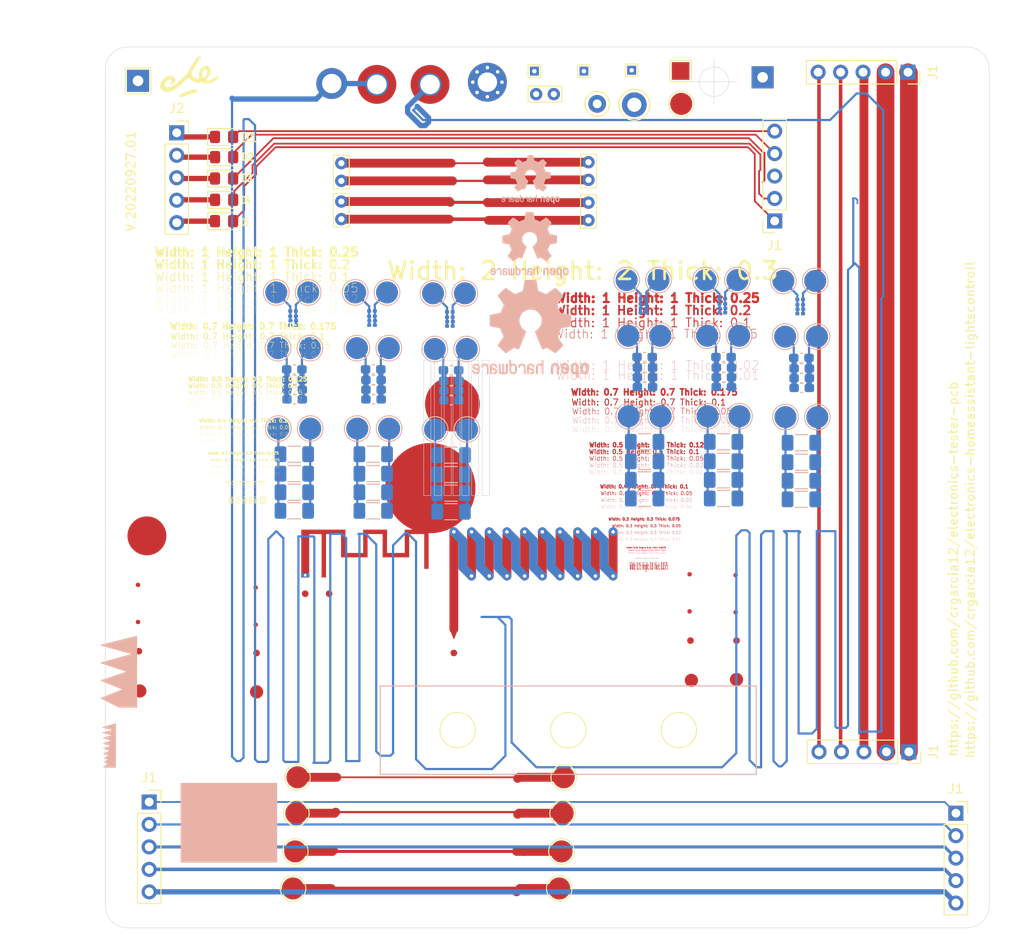
<source format=kicad_pcb>
(kicad_pcb (version 20211014) (generator pcbnew)
  (title_block (title "Home Assistant module for lights control") (date "2022-09-18") (rev "20220918.20"))
  (layers (0 "F.Cu" signal) (31 "B.Cu" signal) (34 "B.Paste" user) (35 "F.Paste" user) (36 "B.SilkS" user "B.Silkscreen") (37 "F.SilkS" user "F.Silkscreen") (38 "B.Mask" user) (39 "F.Mask" user) (44 "Edge.Cuts" user))
  (net 0 "")
  (net 1 "Net-(D1-Pad1)")
  (net 2 "Net-(D1-Pad2)")
  (net 3 "Net-(D2-Pad1)")
  (net 4 "Net-(D2-Pad2)")
  (net 5 "Net-(D3-Pad1)")
  (net 6 "Net-(D3-Pad2)")
  (net 7 "Net-(D4-Pad1)")
  (net 8 "Net-(D4-Pad2)")
  (net 9 "Net-(D5-Pad1)")
  (net 10 "Net-(D5-Pad2)")
  (footprint "icons:che" (layer "F.Cu") (at 29.431 26.148)
    (fp_text reference "G1" hide)
    (fp_text value "LOGO" hide)
  )
  (footprint "Fiducial:Fiducial_0.75mm_Mask1.5mm" (layer "F.Cu") (at 42.531 84.648)
    (fp_text reference "REF**" hide)
    (fp_text value "Fiducial_0.75mm_Mask1.5mm")
  )
  (footprint "TestPoint:TestPoint_THTPad_1.0x1.0mm_Drill0.5mm" (layer "F.Cu") (at 68.431 25.548)
    (fp_text reference "REF**" hide)
    (fp_text value "TestPoint_THTPad_1.0x1.0mm_Drill0.5mm")
  )
  (footprint "TestPoint:TestPoint_Pad_2.0x2.0mm" (layer "F.Cu") (at 84.963 25.527)
    (fp_text reference "REF**" hide)
    (fp_text value "TestPoint_Pad_2.0x2.0mm")
  )
  (footprint "TestPoint:TestPoint_Pad_D2.5mm" (layer "F.Cu") (at 41.656 105.41)
    (fp_text reference "REF**" hide)
    (fp_text value "TestPoint_Pad_D2.5mm")
  )
  (footprint "MountingHole:MountingHole_2.2mm_M2_ISO7380_Pad_TopBottom" (layer "F.Cu") (at 45.531 26.948)
    (fp_text reference "REF**" hide)
    (fp_text value "MountingHole_2.2mm_M2_ISO7380_Pad_TopBottom")
  )
  (footprint "TestPoint:TestPoint_THTPad_2.5x2.5mm_Drill1.2mm" (layer "F.Cu") (at 23.631 26.648)
    (fp_text reference "REF**" hide)
    (fp_text value "TestPoint_THTPad_2.5x2.5mm_Drill1.2mm")
  )
  (footprint "Connector_PinSocket_2.54mm:PinSocket_1x05_P2.54mm_Vertical" (layer "F.Cu") (at 28.007 32.523)
    (fp_text reference "J2")
    (fp_text value "Conn_01x05_Female")
  )
  (footprint "Fiducial:Fiducial_0.75mm_Mask1.5mm" (layer "F.Cu") (at 45.231 84.648)
    (fp_text reference "REF**" hide)
    (fp_text value "Fiducial_0.75mm_Mask1.5mm")
  )
  (footprint "Fiducial:Fiducial_1.5mm_Mask4.5mm" (layer "F.Cu") (at 91.281 94.348)
    (fp_text reference "REF**" hide)
    (fp_text value "Fiducial_1.5mm_Mask4.5mm")
  )
  (footprint "Fiducial:Fiducial_0.5mm_Mask1mm" (layer "F.Cu") (at 85.981 82.448)
    (fp_text reference "REF**" hide)
    (fp_text value "Fiducial_0.5mm_Mask1mm")
  )
  (footprint "TestPoint:TestPoint_Pad_D2.5mm" (layer "F.Cu") (at 71.247 117.983)
    (fp_text reference "REF**" hide)
    (fp_text value "TestPoint_Pad_D2.5mm")
  )
  (footprint "LED_SMD:LED_0805_2012Metric_Pad1.15x1.40mm_HandSolder" (layer "F.Cu") (at 33.365 40.1)
    (fp_text reference "D4")
    (fp_text value "LED")
  )
  (footprint "LED_SMD:LED_0805_2012Metric_Pad1.15x1.40mm_HandSolder" (layer "F.Cu") (at 33.365 35.274)
    (fp_text reference "D2")
    (fp_text value "LED")
  )
  (footprint "Fiducial:Fiducial_0.75mm_Mask1.5mm" (layer "F.Cu") (at 59.331 91.348)
    (fp_text reference "REF**" hide)
    (fp_text value "Fiducial_0.75mm_Mask1.5mm")
  )
  (footprint "" (layer "F.Cu") (at 94.231 26.248)
    (fp_text reference "")
    (fp_text value "")
  )
  (footprint "MountingEquipment:DINRailAdapter_3xM3_PhoenixContact_1201578" (layer "F.Cu") (at 72.263 100.076)
    (fp_text reference "REF**" hide)
    (fp_text value "DINRailAdapter_3xM3_PhoenixContact_1201578")
  )
  (footprint "TestPoint:TestPoint_THTPad_1.0x1.0mm_Drill0.5mm" (layer "F.Cu") (at 79.431 25.448)
    (fp_text reference "REF**" hide)
    (fp_text value "TestPoint_THTPad_1.0x1.0mm_Drill0.5mm" hide)
  )
  (footprint "Connector_PinSocket_2.54mm:PinSocket_1x05_P2.54mm_Vertical" (layer "F.Cu") (at 95.595 42.494 180)
    (fp_text reference "J1")
    (fp_text value "Conn_01x05_Female")
  )
  (footprint "RF_Antenna:Texas_SWRA416_868MHz_915MHz" (layer "F.Cu") (at 68.331 83.448)
    (fp_text reference "REF**" hide)
    (fp_text value "Texas_SWRA416_868MHz_915MHz")
  )
  (footprint "Fiducial:Fiducial_1.5mm_Mask4.5mm" (layer "F.Cu") (at 37.031 95.748)
    (fp_text reference "REF**" hide)
    (fp_text value "Fiducial_1.5mm_Mask4.5mm")
  )
  (footprint "TestPoint:TestPoint_Keystone_5000-5004_Miniature" (layer "F.Cu") (at 75.531 29.248)
    (fp_text reference "REF**" hide)
    (fp_text value "TestPoint_Keystone_5000-5004_Miniature")
  )
  (footprint "LED_SMD:LED_0805_2012Metric_Pad1.15x1.40mm_HandSolder" (layer "F.Cu") (at 33.356 37.687)
    (fp_text reference "D3")
    (fp_text value "LED")
  )
  (footprint "Connector_PinSocket_2.54mm:PinSocket_1x05_P2.54mm_Vertical" (layer "F.Cu") (at 116.078 109.474)
    (fp_text reference "J1")
    (fp_text value "Conn_01x05_Female")
  )
  (footprint "Fiducial:Fiducial_0.75mm_Mask1.5mm" (layer "F.Cu") (at 86.081 89.948)
    (fp_text reference "REF**" hide)
    (fp_text value "Fiducial_0.75mm_Mask1.5mm")
  )
  (footprint "TestPoint:TestPoint_Pad_D2.5mm" (layer "F.Cu") (at 41.529 109.474)
    (fp_text reference "REF**" hide)
    (fp_text value "TestPoint_Pad_D2.5mm")
  )
  (footprint "TestPoint:TestPoint_THTPad_1.0x1.0mm_Drill0.5mm" (layer "F.Cu") (at 74.031 25.548)
    (fp_text reference "REF**" hide)
    (fp_text value "TestPoint_THTPad_1.0x1.0mm_Drill0.5mm")
  )
  (footprint "RF_Antenna:Texas_SWRA117D_2.4GHz_Right" (layer "F.Cu") (at 44.631 82.548)
    (fp_text reference "REF**" hide)
    (fp_text value "Texas_SWRA117D_2.4GHz_Right")
  )
  (footprint "TestPoint:TestPoint_Pad_D2.5mm" (layer "F.Cu") (at 41.402 113.792)
    (fp_text reference "REF**" hide)
    (fp_text value "TestPoint_Pad_D2.5mm")
  )
  (footprint "TestPoint:TestPoint_Pad_D2.5mm" (layer "F.Cu") (at 71.501 113.792)
    (fp_text reference "REF**" hide)
    (fp_text value "TestPoint_Pad_D2.5mm")
  )
  (footprint "TestPoint:TestPoint_Bridge_Pitch2.0mm_Drill0.7mm" (layer "F.Cu") (at 46.609 37.957 90)
    (fp_text reference "REF**" hide)
    (fp_text value "TestPoint_Bridge_Pitch2.0mm_Drill0.7mm")
  )
  (footprint "Fiducial:Fiducial_0.5mm_Mask1mm" (layer "F.Cu") (at 23.631 83.648)
    (fp_text reference "REF**" hide)
    (fp_text value "Fiducial_0.5mm_Mask1mm")
  )
  (footprint "TestPoint:TestPoint_Pad_D2.5mm" (layer "F.Cu") (at 85.031 29.248)
    (fp_text reference "REF**" hide)
    (fp_text value "TestPoint_Pad_D2.5mm")
  )
  (footprint "" (layer "F.Cu") (at 24.638 78.105)
    (fp_text reference "")
    (fp_text value "")
  )
  (footprint "Fiducial:Fiducial_0.5mm_Mask1.5mm" (layer "F.Cu") (at 36.931 88.148)
    (fp_text reference "REF**" hide)
    (fp_text value "Fiducial_0.5mm_Mask1.5mm")
  )
  (footprint "LED_SMD:LED_0805_2012Metric_Pad1.15x1.40mm_HandSolder" (layer "F.Cu") (at 33.356 32.988)
    (fp_text reference "D1")
    (fp_text value "LED")
  )
  (footprint "LED_SMD:LED_0805_2012Metric_Pad1.15x1.40mm_HandSolder" (layer "F.Cu") (at 33.356 42.513)
    (fp_text reference "D5")
    (fp_text value "LED")
  )
  (footprint "Fiducial:Fiducial_0.5mm_Mask1.5mm" (layer "F.Cu") (at 36.931 83.948)
    (fp_text reference "REF**" hide)
    (fp_text value "Fiducial_0.5mm_Mask1.5mm")
  )
  (footprint "Connector_PinSocket_2.54mm:PinSocket_1x05_P2.54mm_Vertical" (layer "F.Cu") (at 24.892 108.204)
    (fp_text reference "J1")
    (fp_text value "Conn_01x05_Female")
  )
  (footprint "Fiducial:Fiducial_0.75mm_Mask2.25mm" (layer "F.Cu") (at 37.031 91.348)
    (fp_text reference "REF**" hide)
    (fp_text value "Fiducial_0.75mm_Mask2.25mm")
  )
  (footprint "TestPoint:TestPoint_Bridge_Pitch2.0mm_Drill0.7mm" (layer "F.Cu") (at 68.631 28.148)
    (fp_text reference "REF**" hide)
    (fp_text value "TestPoint_Bridge_Pitch2.0mm_Drill0.7mm")
  )
  (footprint "Fiducial:Fiducial_0.5mm_Mask1.5mm" (layer "F.Cu") (at 91.181 82.548)
    (fp_text reference "REF**" hide)
    (fp_text value "Fiducial_0.5mm_Mask1.5mm")
  )
  (footprint "MountingHole:MountingHole_2.2mm_M2_Pad_TopOnly" (layer "F.Cu") (at 56.642 27.051)
    (fp_text reference "REF**" hide)
    (fp_text value "MountingHole_2.2mm_M2_Pad_TopOnly")
  )
  (footprint "Fiducial:Fiducial_1.5mm_Mask3mm" (layer "F.Cu") (at 86.181 94.448)
    (fp_text reference "REF**" hide)
    (fp_text value "Fiducial_1.5mm_Mask3mm")
  )
  (footprint "TestPoint:TestPoint_Bridge_Pitch2.0mm_Drill0.7mm" (layer "F.Cu") (at 74.549 37.846 90)
    (fp_text reference "REF**" hide)
    (fp_text value "TestPoint_Bridge_Pitch2.0mm_Drill0.7mm")
  )
  (footprint "Connector_PinSocket_2.54mm:PinSocket_1x05_P2.54mm_Vertical" (layer "F.Cu") (at 110.765 102.529 -90)
    (fp_text reference "J1")
    (fp_text value "Conn_01x05_Female")
  )
  (footprint "TestPoint:TestPoint_Pad_D2.5mm" (layer "F.Cu") (at 71.628 109.474)
    (fp_text reference "REF**" hide)
    (fp_text value "TestPoint_Pad_D2.5mm")
  )
  (footprint "MountingHole:MountingHole_2.2mm_M2_Pad_TopOnly" (layer "F.Cu") (at 50.631 27.048)
    (fp_text reference "REF**" hide)
    (fp_text value "MountingHole_2.2mm_M2_Pad_TopOnly")
  )
  (footprint "TestPoint:TestPoint_Bridge_Pitch2.0mm_Drill0.7mm" (layer "F.Cu") (at 46.609 42.291 90)
    (fp_text reference "REF**" hide)
    (fp_text value "TestPoint_Bridge_Pitch2.0mm_Drill0.7mm")
  )
  (footprint "Fiducial:Fiducial_0.5mm_Mask1.5mm" (layer "F.Cu") (at 91.181 86.748)
    (fp_text reference "REF**" hide)
    (fp_text value "Fiducial_0.5mm_Mask1.5mm")
  )
  (footprint "TestPoint:TestPoint_Pad_D2.5mm" (layer "F.Cu") (at 41.148 117.983)
    (fp_text reference "REF**" hide)
    (fp_text value "TestPoint_Pad_D2.5mm")
  )
  (footprint "TestPoint:TestPoint_Keystone_5010-5014_Multipurpose" (layer "F.Cu") (at 79.731 29.348)
    (fp_text reference "REF**" hide)
    (fp_text value "TestPoint_Keystone_5010-5014_Multipurpose")
  )
  (footprint "Connector_PinSocket_2.54mm:PinSocket_1x05_P2.54mm_Vertical" (layer "F.Cu") (at 110.668 25.669 -90)
    (fp_text reference "J1")
    (fp_text value "Conn_01x05_Female")
  )
  (footprint "Fiducial:Fiducial_1.5mm_Mask3mm" (layer "F.Cu") (at 23.831 95.648)
    (fp_text reference "REF**" hide)
    (fp_text value "Fiducial_1.5mm_Mask3mm")
  )
  (footprint "TestPoint:TestPoint_Bridge_Pitch2.0mm_Drill0.7mm" (layer "F.Cu") (at 74.549 42.418 90)
    (fp_text reference "REF**" hide)
    (fp_text value "TestPoint_Bridge_Pitch2.0mm_Drill0.7mm")
  )
  (footprint "MountingHole:MountingHole_2.2mm_M2_Pad_Via" (layer "F.Cu") (at 63.119 26.797)
    (fp_text reference "REF**" hide)
    (fp_text value "MountingHole_2.2mm_M2_Pad_Via")
  )
  (footprint "MountingHole:MountingHole_2.1mm" (layer "F.Cu") (at 40.631 26.748)
    (fp_text reference "REF**" hide)
    (fp_text value "MountingHole_2.1mm")
  )
  (footprint "TestPoint:TestPoint_Pad_D2.5mm" (layer "F.Cu") (at 71.755 105.41)
    (fp_text reference "REF**" hide)
    (fp_text value "TestPoint_Pad_D2.5mm")
  )
  (footprint "Fiducial:Fiducial_0.5mm_Mask1mm" (layer "F.Cu") (at 23.631 87.848)
    (fp_text reference "REF**" hide)
    (fp_text value "Fiducial_0.5mm_Mask1mm")
  )
  (footprint "Fiducial:Fiducial_0.75mm_Mask2.25mm" (layer "F.Cu") (at 91.281 89.948)
    (fp_text reference "REF**" hide)
    (fp_text value "Fiducial_0.75mm_Mask2.25mm")
  )
  (footprint "Fiducial:Fiducial_0.5mm_Mask1mm" (layer "F.Cu") (at 85.981 86.648)
    (fp_text reference "REF**" hide)
    (fp_text value "Fiducial_0.5mm_Mask1mm")
  )
  (footprint "Fiducial:Fiducial_0.75mm_Mask1.5mm" (layer "F.Cu") (at 23.731 91.148)
    (fp_text reference "REF**" hide)
    (fp_text value "Fiducial_0.75mm_Mask1.5mm")
  )
  (footprint "Capacitor_SMD:C_0201_0603Metric" (layer "B.Cu") (at 80.759 51.273 180)
    (fp_text reference "REF**" hide)
    (fp_text value "C_0201_0603Metric")
  )
  (footprint "TestPoint:TestPoint_Pad_D2.5mm" (layer "B.Cu") (at 60.779 56.973 180)
    (fp_text reference "REF**" hide)
    (fp_text value "TestPoint_Pad_D2.5mm")
  )
  (footprint "Symbol:OSHW-Logo2_7.3x6mm_SilkScreen" (layer "B.Cu") (at 68 37.8 180)
    (fp_text reference "REF**" hide)
    (fp_text value "OSHW-Logo2_7.3x6mm_SilkScreen" hide)
  )
  (footprint "Capacitor_SMD:C_0201_0603Metric" (layer "B.Cu") (at 80.759 52.873 180)
    (fp_text reference "REF**" hide)
    (fp_text value "C_0201_0603Metric")
  )
  (footprint "Capacitor_SMD:C_0201_0603Metric" (layer "B.Cu") (at 50.099 53.773 180)
    (fp_text reference "REF**" hide)
    (fp_text value "C_0201_0603Metric")
  )
  (footprint "TestPoint:TestPoint_Pad_D2.5mm" (layer "B.Cu") (at 51.779 50.573 180)
    (fp_text reference "REF**" hide)
    (fp_text value "TestPoint_Pad_D2.5mm")
  )
  (footprint "Capacitor_SMD:C_0603_1608Metric_Pad1.08x0.95mm_HandSolder" (layer "B.Cu") (at 41.334 60.473 180)
    (fp_text reference "REF**" hide)
    (fp_text value "C_0603_1608Metric_Pad1.08x0.95mm_HandSolder")
  )
  (footprint "TestPoint:TestPoint_Pad_D2.5mm" (layer "B.Cu") (at 57.2165 66.073 180)
    (fp_text reference "REF**" hide)
    (fp_text value "TestPoint_Pad_D2.5mm")
  )
  (footprint "Capacitor_SMD:C_1206_3216Metric_Pad1.33x1.80mm_HandSolder" (layer "B.Cu") (at 89.8165 73.873 180)
    (fp_text reference "REF**" hide)
    (fp_text value "C_1206_3216Metric_Pad1.33x1.80mm_HandSolder")
  )
  (footprint "TestPoint:TestPoint_Pad_D2.5mm" (layer "B.Cu") (at 100.4165 64.673 180)
    (fp_text reference "REF**" hide)
    (fp_text value "TestPoint_Pad_D2.5mm")
  )
  (footprint "Capacitor_SMD:C_1206_3216Metric_Pad1.33x1.80mm_HandSolder" (layer "B.Cu") (at 80.8965 69.673 180)
    (fp_text reference "REF**" hide)
    (fp_text value "C_1206_3216Metric_Pad1.33x1.80mm_HandSolder")
  )
  (footprint "Capacitor_SMD:C_0603_1608Metric_Pad1.08x0.95mm_HandSolder" (layer "B.Cu") (at 80.934 59.073 180)
    (fp_text reference "REF**" hide)
    (fp_text value "C_0603_1608Metric_Pad1.08x0.95mm_HandSolder")
  )
  (footprint "TestPoint:TestPoint_Pad_D2.5mm" (layer "B.Cu") (at 91.379 49.173 180)
    (fp_text reference "REF**" hide)
    (fp_text value "TestPoint_Pad_D2.5mm")
  )
  (footprint "TestPoint:TestPoint_Pad_D2.5mm" (layer "B.Cu") (at 87.779 49.173 180)
    (fp_text reference "REF**" hide)
    (fp_text value "TestPoint_Pad_D2.5mm")
  )
  (footprint "TestPoint:TestPoint_Pad_D2.5mm" (layer "B.Cu") (at 82.6965 64.573 180)
    (fp_text reference "REF**" hide)
    (fp_text value "TestPoint_Pad_D2.5mm")
  )
  (footprint "TestPoint:TestPoint_Pad_D2.5mm" (layer "B.Cu") (at 60.579 50.673 180)
    (fp_text reference "REF**" hide)
    (fp_text value "TestPoint_Pad_D2.5mm")
  )
  (footprint "TestPoint:TestPoint_Pad_D2.5mm" (layer "B.Cu") (at 87.979 55.473 180)
    (fp_text reference "REF**" hide)
    (fp_text value "TestPoint_Pad_D2.5mm")
  )
  (footprint "Capacitor_SMD:C_0603_1608Metric_Pad1.08x0.95mm_HandSolder" (layer "B.Cu") (at 98.6165 57.973 180)
    (fp_text reference "REF**" hide)
    (fp_text value "C_0603_1608Metric_Pad1.08x0.95mm_HandSolder")
  )
  (footprint "TestPoint:TestPoint_Pad_D2.5mm" (layer "B.Cu") (at 96.579 49.273 180)
    (fp_text reference "REF**" hide)
    (fp_text value "TestPoint_Pad_D2.5mm")
  )
  (footprint "Capacitor_SMD:C_0201_0603Metric" (layer "B.Cu") (at 98.499 52.473 180)
    (fp_text reference "REF**" hide)
    (fp_text value "C_0201_0603Metric")
  )
  (footprint "Capacitor_SMD:C_0201_0603Metric" (layer "B.Cu") (at 41.159 54.273 180)
    (fp_text reference "REF**" hide)
    (fp_text value "C_0201_0603Metric")
  )
  (footprint "Capacitor_SMD:C_0201_0603Metric" (layer "B.Cu") (at 80.779 52.373 180)
    (fp_text reference "REF**" hide)
    (fp_text value "C_0201_0603Metric")
  )
  (footprint "Capacitor_SMD:C_1206_3216Metric_Pad1.33x1.80mm_HandSolder" (layer "B.Cu") (at 98.6165 73.973 180)
    (fp_text reference "REF**" hide)
    (fp_text value "C_1206_3216Metric_Pad1.33x1.80mm_HandSolder")
  )
  (footprint "Capacitor_SMD:C_0603_1608Metric_Pad1.08x0.95mm_HandSolder" (layer "B.Cu") (at 50.2165 59.273 180)
    (fp_text reference "REF**" hide)
    (fp_text value "C_0603_1608Metric_Pad1.08x0.95mm_HandSolder")
  )
  (footprint "Capacitor_SMD:C_1206_3216Metric_Pad1.33x1.80mm_HandSolder" (layer "B.Cu") (at 41.2965 75.273 180)
    (fp_text reference "REF**" hide)
    (fp_text value "C_1206_3216Metric_Pad1.33x1.80mm_HandSolder")
  )
  (footprint "Capacitor_SMD:C_0603_1608Metric_Pad1.08x0.95mm_HandSolder" (layer "B.Cu") (at 50.254 60.473 180)
    (fp_text reference "REF**" hide)
    (fp_text value "C_0603_1608Metric_Pad1.08x0.95mm_HandSolder")
  )
  (footprint "TestPoint:TestPoint_Pad_D2.5mm" (layer "B.Cu") (at 39.459 56.873 180)
    (fp_text reference "REF**" hide)
    (fp_text value "TestPoint_Pad_D2.5mm")
  )
  (footprint "Capacitor_SMD:C_1206_3216Metric_Pad1.33x1.80mm_HandSolder" (layer "B.Cu") (at 80.8965 73.873 180)
    (fp_text reference "REF**" hide)
    (fp_text value "C_1206_3216Metric_Pad1.33x1.80mm_HandSolder")
  )
  (footprint "Capacitor_SMD:C_0201_0603Metric" (layer "B.Cu") (at 58.899 53.873 180)
    (fp_text reference "REF**" hide)
    (fp_text value "C_0201_0603Metric")
  )
  (footprint "Capacitor_SMD:C_1206_3216Metric_Pad1.33x1.80mm_HandSolder" (layer "B.Cu") (at 59.0165 75.373 180)
    (fp_text reference "REF**" hide)
    (fp_text value "C_1206_3216Metric_Pad1.33x1.80mm_HandSolder")
  )
  (footprint "Capacitor_SMD:C_1206_3216Metric_Pad1.33x1.80mm_HandSolder" (layer "B.Cu") (at 59.0165 71.173 180)
    (fp_text reference "REF**" hide)
    (fp_text value "C_1206_3216Metric_Pad1.33x1.80mm_HandSolder")
  )
  (footprint "Capacitor_SMD:C_0201_0603Metric" (layer "B.Cu") (at 41.159 52.673 180)
    (fp_text reference "REF**" hide)
    (fp_text value "C_0201_0603Metric")
  )
  (footprint "Capacitor_SMD:C_1206_3216Metric_Pad1.33x1.80mm_HandSolder" (layer "B.Cu") (at 59.0165 73.273 180)
    (fp_text reference "REF**" hide)
    (fp_text value "C_1206_3216Metric_Pad1.33x1.80mm_HandSolder")
  )
  (footprint "Capacitor_SMD:C_0201_0603Metric" (layer "B.Cu") (at 50.079 52.673 180)
    (fp_text reference "REF**" hide)
    (fp_text value "C_0201_0603Metric")
  )
  (footprint "Capacitor_SMD:C_0603_1608Metric_Pad1.08x0.95mm_HandSolder" (layer "B.Cu") (at 41.334 62.673 180)
    (fp_text reference "REF**" hide)
    (fp_text value "C_0603_1608Metric_Pad1.08x0.95mm_HandSolder")
  )
  (footprint "Capacitor_SMD:C_1206_3216Metric_Pad1.33x1.80mm_HandSolder" (layer "B.Cu") (at 89.8165 67.473 180)
    (fp_text reference "REF**" hide)
    (fp_text value "C_1206_3216Metric_Pad1.33x1.80mm_HandSolder")
  )
  (footprint "TestPoint:TestPoint_Pad_D2.5mm" (layer "B.Cu") (at 79.059 55.473 180)
    (fp_text reference "REF**" hide)
    (fp_text value "TestPoint_Pad_D2.5mm")
  )
  (footprint "Capacitor_SMD:C_0603_1608Metric_Pad1.08x0.95mm_HandSolder" (layer "B.Cu") (at 98.654 60.273 180)
    (fp_text reference "REF**" hide)
    (fp_text value "C_0603_1608Metric_Pad1.08x0.95mm_HandSolder")
  )
  (footprint "TestPoint:TestPoint_Pad_D2.5mm" (layer "B.Cu") (at 88.0165 64.573 180)
    (fp_text reference "REF**" hide)
    (fp_text value "TestPoint_Pad_D2.5mm")
  )
  (footprint "TestPoint:TestPoint_Pad_D2.5mm" (layer "B.Cu") (at 78.859 49.173 180)
    (fp_text reference "REF**" hide)
    (fp_text value "TestPoint_Pad_D2.5mm")
  )
  (footprint "Capacitor_SMD:C_1206_3216Metric_Pad1.33x1.80mm_HandSolder" (layer "B.Cu") (at 50.2165 75.273 180)
    (fp_text reference "REF**" hide)
    (fp_text value "C_1206_3216Metric_Pad1.33x1.80mm_HandSolder")
  )
  (footprint "Capacitor_SMD:C_1206_3216Metric_Pad1.33x1.80mm_HandSolder" (layer "B.Cu") (at 50.2165 73.173 180)
    (fp_text reference "REF**" hide)
    (fp_text value "C_1206_3216Metric_Pad1.33x1.80mm_HandSolder")
  )
  (footprint "Capacitor_SMD:C_0201_0603Metric" (layer "B.Cu") (at 58.879 53.373 180)
    (fp_text reference "REF**" hide)
    (fp_text value "C_0201_0603Metric")
  )
  (footprint "TestPoint:TestPoint_Pad_D2.5mm" (layer "B.Cu") (at 91.6165 64.573 180)
    (fp_text reference "REF**" hide)
    (fp_text value "TestPoint_Pad_D2.5mm")
  )
  (footprint "TestPoint:TestPoint_Pad_D2.5mm" (layer "B.Cu") (at 60.8165 66.073 180)
    (fp_text reference "REF**" hide)
    (fp_text value "TestPoint_Pad_D2.5mm")
  )
  (footprint "Capacitor_SMD:C_0603_1608Metric_Pad1.08x0.95mm_HandSolder" (layer "B.Cu") (at 89.8165 57.873 180)
    (fp_text reference "REF**" hide)
    (fp_text value "C_0603_1608Metric_Pad1.08x0.95mm_HandSolder")
  )
  (footprint "TestPoint:TestPoint_Pad_D2.5mm" (layer "B.Cu") (at 43.059 56.873 180)
    (fp_text reference "REF**" hide)
    (fp_text value "TestPoint_Pad_D2.5mm")
  )
  (footprint "TestPoint:TestPoint_Pad_D2.5mm" (layer "B.Cu") (at 100.379 55.573 180)
    (fp_text reference "REF**" hide)
    (fp_text value "TestPoint_Pad_D2.5mm")
  )
  (footprint "TestPoint:TestPoint_Pad_D2.5mm" (layer "B.Cu") (at 79.0965 64.573 180)
    (fp_text reference "REF**" hide)
    (fp_text value "TestPoint_Pad_D2.5mm")
  )
  (footprint "Capacitor_SMD:C_0201_0603Metric" (layer "B.Cu") (at 89.679 51.873 180)
    (fp_text reference "REF**" hide)
    (fp_text value "C_0201_0603Metric")
  )
  (footprint "Capacitor_SMD:C_1206_3216Metric_Pad1.33x1.80mm_HandSolder" (layer "B.Cu") (at 41.2965 73.173 180)
    (fp_text reference "REF**" hide)
    (fp_text value "C_1206_3216Metric_Pad1.33x1.80mm_HandSolder")
  )
  (footprint "TestPoint:TestPoint_Pad_D2.5mm" (layer "B.Cu") (at 91.579 55.473 180)
    (fp_text reference "REF**" hide)
    (fp_text value "TestPoint_Pad_D2.5mm")
  )
  (footprint "Capacitor_SMD:C_0201_0603Metric" (layer "B.Cu") (at 98.479 52.973 180)
    (fp_text reference "REF**" hide)
    (fp_text value "C_0201_0603Metric")
  )
  (footprint "Capacitor_SMD:C_1206_3216Metric_Pad1.33x1.80mm_HandSolder" (layer "B.Cu") (at 80.8965 67.473 180)
    (fp_text reference "REF**" hide)
    (fp_text value "C_1206_3216Metric_Pad1.33x1.80mm_HandSolder")
  )
  (footprint "Capacitor_SMD:C_1206_3216Metric_Pad1.33x1.80mm_HandSolder" (layer "B.Cu") (at 41.2965 68.873 180)
    (fp_text reference "REF**" hide)
    (fp_text value "C_1206_3216Metric_Pad1.33x1.80mm_HandSolder")
  )
  (footprint "Capacitor_SMD:C_1206_3216Metric_Pad1.33x1.80mm_HandSolder" (layer "B.Cu") (at 89.8165 69.673 180)
    (fp_text reference "REF**" hide)
    (fp_text value "C_1206_3216Metric_Pad1.33x1.80mm_HandSolder")
  )
  (footprint "Symbol:OSHW-Logo2_9.8x8mm_SilkScreen" (layer "B.Cu") (at 67.9 45.2 180)
    (fp_text reference "REF**" hide)
    (fp_text value "OSHW-Logo2_9.8x8mm_SilkScreen" hide)
  )
  (footprint "Capacitor_SMD:C_0201_0603Metric" (layer "B.Cu") (at 89.699 52.373 180)
    (fp_text reference "REF**" hide)
    (fp_text value "C_0201_0603Metric")
  )
  (footprint "Capacitor_SMD:C_1206_3216Metric_Pad1.33x1.80mm_HandSolder" (layer "B.Cu") (at 89.8165 71.773 180)
    (fp_text reference "REF**" hide)
    (fp_text value "C_1206_3216Metric_Pad1.33x1.80mm_HandSolder")
  )
  (footprint "TestPoint:TestPoint_Pad_D2.5mm" (layer "B.Cu") (at 48.4165 65.973 180)
    (fp_text reference "REF**" hide)
    (fp_text value "TestPoint_Pad_D2.5mm")
  )
  (footprint "TestPoint:TestPoint_Pad_D2.5mm" (layer "B.Cu") (at 48.379 56.873 180)
    (fp_text reference "REF**" hide)
    (fp_text value "TestPoint_Pad_D2.5mm")
  )
  (footprint "Capacitor_SMD:C_0201_0603Metric" (layer "B.Cu") (at 80.759 51.873 180)
    (fp_text reference "REF**" hide)
    (fp_text value "C_0201_0603Metric")
  )
  (footprint "TestPoint:TestPoint_Pad_D2.5mm" (layer "B.Cu") (at 82.459 49.173 180)
    (fp_text reference "REF**" hide)
    (fp_text value "TestPoint_Pad_D2.5mm")
  )
  (footprint "Capacitor_SMD:C_0603_1608Metric_Pad1.08x0.95mm_HandSolder" (layer "B.Cu") (at 41.334 61.573 180)
    (fp_text reference "REF**" hide)
    (fp_text value "C_0603_1608Metric_Pad1.08x0.95mm_HandSolder")
  )
  (footprint "TestPoint:TestPoint_Pad_D2.5mm" (layer "B.Cu") (at 48.179 50.573 180)
    (fp_text reference "REF**" hide)
    (fp_text value "TestPoint_Pad_D2.5mm")
  )
  (footprint "Capacitor_SMD:C_0201_0603Metric" (layer "B.Cu") (at 98.479 51.373 180)
    (fp_text reference "REF**" hide)
    (fp_text value "C_0201_0603Metric")
  )
  (footprint "Capacitor_SMD:C_1206_3216Metric_Pad1.33x1.80mm_HandSolder" (layer "B.Cu") (at 50.2165 68.873 180)
    (fp_text reference "REF**" hide)
    (fp_text value "C_1206_3216Metric_Pad1.33x1.80mm_HandSolder")
  )
  (footprint "Capacitor_SMD:C_0603_1608Metric_Pad1.08x0.95mm_HandSolder" (layer "B.Cu") (at 59.054 60.573 180)
    (fp_text reference "REF**" hide)
    (fp_text value "C_0603_1608Metric_Pad1.08x0.95mm_HandSolder")
  )
  (footprint "Capacitor_SMD:C_1206_3216Metric_Pad1.33x1.80mm_HandSolder" (layer "B.Cu") (at 59.0165 68.973 180)
    (fp_text reference "REF**" hide)
    (fp_text value "C_1206_3216Metric_Pad1.33x1.80mm_HandSolder")
  )
  (footprint "Capacitor_SMD:C_0201_0603Metric" (layer "B.Cu") (at 50.079 54.273 180)
    (fp_text reference "REF**" hide)
    (fp_text value "C_0201_0603Metric")
  )
  (footprint "Capacitor_SMD:C_1206_3216Metric_Pad1.33x1.80mm_HandSolder" (layer "B.Cu") (at 98.6165 67.573 180)
    (fp_text reference "REF**" hide)
    (fp_text value "C_1206_3216Metric_Pad1.33x1.80mm_HandSolder")
  )
  (footprint "TestPoint:TestPoint_Pad_D2.5mm" (layer "B.Cu") (at 96.8165 64.673 180)
    (fp_text reference "REF**" hide)
    (fp_text value "TestPoint_Pad_D2.5mm")
  )
  (footprint "Capacitor_SMD:C_1206_3216Metric_Pad1.33x1.80mm_HandSolder" (layer "B.Cu") (at 98.6165 71.873 180)
    (fp_text reference "REF**" hide)
    (fp_text value "C_1206_3216Metric_Pad1.33x1.80mm_HandSolder")
  )
  (footprint "TestPoint:TestPoint_Pad_D2.5mm" (layer "B.Cu") (at 42.859 50.573 180)
    (fp_text reference "REF**" hide)
    (fp_text value "TestPoint_Pad_D2.5mm")
  )
  (footprint "Capacitor_SMD:C_0603_1608Metric_Pad1.08x0.95mm_HandSolder" (layer "B.Cu") (at 89.854 61.273 180)
    (fp_text reference "REF**" hide)
    (fp_text value "C_0603_1608Metric_Pad1.08x0.95mm_HandSolder")
  )
  (footprint "Capacitor_SMD:C_0603_1608Metric_Pad1.08x0.95mm_HandSolder" (layer "B.Cu") (at 89.854 59.073 180)
    (fp_text reference "REF**" hide)
    (fp_text value "C_0603_1608Metric_Pad1.08x0.95mm_HandSolder")
  )
  (footprint "Capacitor_SMD:C_0201_0603Metric" (layer "B.Cu") (at 89.679 51.273 180)
    (fp_text reference "REF**" hide)
    (fp_text value "C_0201_0603Metric")
  )
  (footprint "Capacitor_SMD:C_0201_0603Metric" (layer "B.Cu") (at 41.179 53.773 180)
    (fp_text reference "REF**" hide)
    (fp_text value "C_0201_0603Metric")
  )
  (footprint "Symbol:OSHW-Logo2_14.6x12mm_SilkScreen" (layer "B.Cu") (at 68 54.7 180)
    (fp_text reference "REF**" hide)
    (fp_text value "OSHW-Logo2_14.6x12mm_SilkScreen" hide)
  )
  (footprint "Capacitor_SMD:C_0201_0603Metric" (layer "B.Cu") (at 98.479 51.973 180)
    (fp_text reference "REF**" hide)
    (fp_text value "C_0201_0603Metric")
  )
  (footprint "Capacitor_SMD:C_1206_3216Metric_Pad1.33x1.80mm_HandSolder" (layer "B.Cu") (at 50.2165 71.073 180)
    (fp_text reference "REF**" hide)
    (fp_text value "C_1206_3216Metric_Pad1.33x1.80mm_HandSolder")
  )
  (footprint "Capacitor_SMD:C_0603_1608Metric_Pad1.08x0.95mm_HandSolder" (layer "B.Cu") (at 80.934 61.273 180)
    (fp_text reference "REF**" hide)
    (fp_text value "C_0603_1608Metric_Pad1.08x0.95mm_HandSolder")
  )
  (footprint "TestPoint:TestPoint_Pad_D2.5mm" (layer "B.Cu") (at 56.979 50.673 180)
    (fp_text reference "REF**" hide)
    (fp_text value "TestPoint_Pad_D2.5mm")
  )
  (footprint "TestPoint:TestPoint_Pad_D2.5mm" (layer "B.Cu") (at 100.179 49.273 180)
    (fp_text reference "REF**" hide)
    (fp_text value "TestPoint_Pad_D2.5mm")
  )
  (footprint "Capacitor_SMD:C_0201_0603Metric" (layer "B.Cu") (at 41.159 53.273 180)
    (fp_text reference "REF**" hide)
    (fp_text value "C_0201_0603Metric")
  )
  (footprint "Capacitor_SMD:C_1206_3216Metric_Pad1.33x1.80mm_HandSolder" (layer "B.Cu") (at 80.8965 71.773 180)
    (fp_text reference "REF**" hide)
    (fp_text value "C_1206_3216Metric_Pad1.33x1.80mm_HandSolder")
  )
  (footprint "TestPoint:TestPoint_Pad_D2.5mm" (layer "B.Cu") (at 39.4965 65.973 180)
    (fp_text reference "REF**" hide)
    (fp_text value "TestPoint_Pad_D2.5mm")
  )
  (footprint "Capacitor_SMD:C_0603_1608Metric_Pad1.08x0.95mm_HandSolder" (layer "B.Cu") (at 50.254 62.673 180)
    (fp_text reference "REF**" hide)
    (fp_text value "C_0603_1608Metric_Pad1.08x0.95mm_HandSolder")
  )
  (footprint "Capacitor_SMD:C_0201_0603Metric" (layer "B.Cu") (at 58.879 54.373 180)
    (fp_text reference "REF**" hide)
    (fp_text value "C_0201_0603Metric")
  )
  (footprint "Capacitor_SMD:C_1206_3216Metric_Pad1.33x1.80mm_HandSolder" (layer "B.Cu") (at 41.2965 71.073 180)
    (fp_text reference "REF**" hide)
    (fp_text value "C_1206_3216Metric_Pad1.33x1.80mm_HandSolder")
  )
  (footprint "Capacitor_SMD:C_0603_1608Metric_Pad1.08x0.95mm_HandSolder" (layer "B.Cu") (at 41.2965 59.273 180)
    (fp_text reference "REF**" hide)
    (fp_text value "C_0603_1608Metric_Pad1.08x0.95mm_HandSolder")
  )
  (footprint "TestPoint:TestPoint_Pad_D2.5mm" (layer "B.Cu") (at 82.659 55.473 180)
    (fp_text reference "REF**" hide)
    (fp_text value "TestPoint_Pad_D2.5mm")
  )
  (footprint "Capacitor_SMD:C_0603_1608Metric_Pad1.08x0.95mm_HandSolder" (layer "B.Cu") (at 59.0165 59.373 180)
    (fp_text reference "REF**" hide)
    (fp_text value "C_0603_1608Metric_Pad1.08x0.95mm_HandSolder")
  )
  (footprint "TestPoint:TestPoint_Pad_D2.5mm" (layer "B.Cu") (at 43.0965 65.973 180)
    (fp_text reference "REF**" hide)
    (fp_text value "TestPoint_Pad_D2.5mm")
  )
  (footprint "Capacitor_SMD:C_0603_1608Metric_Pad1.08x0.95mm_HandSolder" (layer "B.Cu") (at 98.654 59.173 180)
    (fp_text reference "REF**" hide)
    (fp_text value "C_0603_1608Metric_Pad1.08x0.95mm_HandSolder")
  )
  (footprint "Capacitor_SMD:C_0603_1608Metric_Pad1.08x0.95mm_HandSolder" (layer "B.Cu") (at 89.854 60.173 180)
    (fp_text reference "REF**" hide)
    (fp_text value "C_0603_1608Metric_Pad1.08x0.95mm_HandSolder")
  )
  (footprint "Capacitor_SMD:C_0201_0603Metric" (layer "B.Cu") (at 89.679 52.873 180)
    (fp_text reference "REF**" hide)
    (fp_text value "C_0201_0603Metric")
  )
  (footprint "Capacitor_SMD:C_0603_1608Metric_Pad1.08x0.95mm_HandSolder" (layer "B.Cu") (at 80.934 60.173 180)
    (fp_text reference "REF**" hide)
    (fp_text value "C_0603_1608Metric_Pad1.08x0.95mm_HandSolder")
  )
  (footprint "Capacitor_SMD:C_0603_1608Metric_Pad1.08x0.95mm_HandSolder" (layer "B.Cu") (at 59.054 62.773 180)
    (fp_text reference "REF**" hide)
    (fp_text value "C_0603_1608Metric_Pad1.08x0.95mm_HandSolder")
  )
  (footprint "Capacitor_SMD:C_0603_1608Metric_Pad1.08x0.95mm_HandSolder" (layer "B.Cu") (at 59.054 61.673 180)
    (fp_text reference "REF**" hide)
    (fp_text value "C_0603_1608Metric_Pad1.08x0.95mm_HandSolder")
  )
  (footprint "Capacitor_SMD:C_0201_0603Metric" (layer "B.Cu") (at 58.879 52.773 180)
    (fp_text reference "REF**" hide)
    (fp_text value "C_0201_0603Metric")
  )
  (footprint "TestPoint:TestPoint_Pad_D2.5mm" (layer "B.Cu") (at 52.0165 65.973 180)
    (fp_text reference "REF**" hide)
    (fp_text value "TestPoint_Pad_D2.5mm")
  )
  (footprint "Capacitor_SMD:C_0603_1608Metric_Pad1.08x0.95mm_HandSolder" (layer "B.Cu") (at 50.254 61.573 180)
    (fp_text reference "REF**" hide)
    (fp_text value "C_0603_1608Metric_Pad1.08x0.95mm_HandSolder")
  )
  (footprint "TestPoint:TestPoint_Pad_D2.5mm" (layer "B.Cu") (at 39.259 50.573 180)
    (fp_text reference "REF**" hide)
    (fp_text value "TestPoint_Pad_D2.5mm")
  )
  (footprint "Capacitor_SMD:C_0603_1608Metric_Pad1.08x0.95mm_HandSolder" (layer "B.Cu") (at 98.654 61.373 180)
    (fp_text reference "REF**" hide)
    (fp_text value "C_0603_1608Metric_Pad1.08x0.95mm_HandSolder")
  )
  (footprint "TestPoint:TestPoint_Pad_D2.5mm" (layer "B.Cu") (at 96.779 55.573 180)
    (fp_text reference "REF**" hide)
    (fp_text value "TestPoint_Pad_D2.5mm")
  )
  (footprint "Capacitor_SMD:C_1206_3216Metric_Pad1.33x1.80mm_HandSolder" (layer "B.Cu") (at 98.6165 69.773 180)
    (fp_text reference "REF**" hide)
    (fp_text value "C_1206_3216Metric_Pad1.33x1.80mm_HandSolder")
  )
  (footprint "TestPoint:TestPoint_Pad_D2.5mm" (layer "B.Cu") (at 51.979 56.873 180)
    (fp_text reference "REF**" hide)
    (fp_text value "TestPoint_Pad_D2.5mm")
  )
  (footprint "TestPoint:TestPoint_Pad_D2.5mm" (layer "B.Cu") (at 57.179 56.973 180)
    (fp_text reference "REF**" hide)
    (fp_text value "TestPoint_Pad_D2.5mm")
  )
  (footprint "Capacitor_SMD:C_0201_0603Metric" (layer "B.Cu") (at 50.079 53.273 180)
    (fp_text reference "REF**" hide)
    (fp_text value "C_0201_0603Metric")
  )
  (footprint "Capacitor_SMD:C_0603_1608Metric_Pad1.08x0.95mm_HandSolder" (layer "B.Cu") (at 80.8965 57.873 180)
    (fp_text reference "REF**" hide)
    (fp_text value "C_0603_1608Metric_Pad1.08x0.95mm_HandSolder")
  )
  (gr_circle (center 56.672 72.703) (end 61.672 72.703) (layer "F.Cu") (width 0.2) (fill solid))
  (gr_circle (center 59.172 63.203) (end 62.172 63.203) (layer "F.Cu") (width 0.2) (fill solid))
  (gr_poly (pts (xy 21.074 104.262) (xy 19.774 104.262) (xy 20.274 103.862) (xy 19.874 103.662) (xy 20.374 103.362) (xy 19.874 103.262) (xy 20.474 102.862) (xy 19.774 102.762) (xy 20.574 102.362) (xy 19.774 102.162) (xy 20.674 101.862) (xy 19.774 101.562) (xy 20.774 101.262) (xy 19.774 100.962) (xy 20.874 100.662) (xy 19.674 100.362) (xy 20.974 100.062) (xy 19.674 99.762) (xy 21.074 99.362)) (layer "B.SilkS") (width 0.12) (fill solid))
  (gr_poly (pts (xy 23.471 97.472) (xy 21.471 97.472) (xy 19.471 96.472) (xy 21.971 95.472) (xy 19.471 94.472) (xy 22.471 93.472) (xy 19.471 92.472) (xy 23.071 91.472) (xy 19.471 90.472) (xy 23.471 89.472)) (layer "B.SilkS") (width 0.12) (fill solid))
  (gr_rect (start 28.5 106.1) (end 39.3 115) (layer "B.SilkS") (width 0.12) (fill solid))
  (gr_arc (start 119.852 119.903) (mid 119.108051 121.699051) (end 117.312 122.443) (layer "Edge.Cuts") (width 0.05))
  (gr_line (start 119.852 119.903) (end 119.852 25.348) (layer "Edge.Cuts") (width 0.05))
  (gr_line (start 117.312 122.443) (end 22.471 122.443) (layer "Edge.Cuts") (width 0.05))
  (gr_line (start 117.312 22.808) (end 22.471 22.808) (layer "Edge.Cuts") (width 0.05))
  (gr_line (start 19.931 119.884949) (end 19.931 25.348) (layer "Edge.Cuts") (width 0.05))
  (gr_arc (start 22.471 122.443) (mid 20.673861 121.687394) (end 19.931 119.884949) (layer "Edge.Cuts") (width 0.05))
  (gr_arc (start 117.312 22.808) (mid 119.108051 23.551949) (end 119.852 25.348) (layer "Edge.Cuts") (width 0.05))
  (gr_rect (start 60.231 58.248) (end 61.031 73.548) (layer "Edge.Cuts") (width 0.05) (fill none))
  (gr_rect (start 57.131 58.248) (end 57.931 73.548) (layer "Edge.Cuts") (width 0.05) (fill none))
  (gr_rect (start 61.331 58.248) (end 62.131 73.548) (layer "Edge.Cuts") (width 0.05) (fill none))
  (gr_rect (start 62.531 58.248) (end 63.331 73.548) (layer "Edge.Cuts") (width 0.05) (fill none))
  (gr_arc (start 19.931 25.348) (mid 20.674949 23.551949) (end 22.471 22.808) (layer "Edge.Cuts") (width 0.05))
  (gr_rect (start 55.931 58.248) (end 56.731 73.548) (layer "Edge.Cuts") (width 0.05) (fill none))
  (gr_rect (start 59.231 58.248) (end 60.031 73.548) (layer "Edge.Cuts") (width 0.05) (fill none))
  (gr_rect (start 58.231 58.248) (end 59.031 73.548) (layer "Edge.Cuts") (width 0.05) (fill none))
  (gr_text "Width: 0.5 Height: 0.5 Thick: 0.1" (at 80.848 68.59) (layer "F.Cu") (effects (font (size 0.5 0.5) (thickness 0.1))))
  (gr_text "Width: 0.5 Height: 0.5 Thick: 0.02" (at 81.102 70.114) (layer "F.Cu") (effects (font (size 0.5 0.5) (thickness 0.02))))
  (gr_text "Width: 0.4 Height: 0.4 Thick: 0.1" (at 80.848 72.527) (layer "F.Cu") (effects (font (size 0.4 0.4) (thickness 0.1))))
  (gr_text "Width: 1 Height: 1 Thick: 0.01" (at 82.372 59.954) (layer "F.Cu") (effects (font (size 1 1) (thickness 0.02))))
  (gr_text "Width: 0.15 Height: 0.15 Thick: 0.01" (at 81.168 80.033) (layer "F.Cu") (effects (font (size 0.15 0.15) (thickness 0.01))))
  (gr_text "Width: 0.5 Height: 0.5 Thick: 0.01" (at 81.102 70.876) (layer "F.Cu") (effects (font (size 0.5 0.5) (thickness 0.01))))
  (gr_text "Width: 0.4 Height: 0.4 Thick: 0.05" (at 81.102 73.289) (layer "F.Cu") (effects (font (size 0.4 0.4) (thickness 0.05))))
  (gr_text "Width: 0.5 Height: 0.5 Thick: 0.125" (at 81.356 67.828) (layer "F.Cu") (effects (font (size 0.5 0.5) (thickness 0.125))))
  (gr_text "Width: 1 Height: 1 Thick: 0.05" (at 82.172 55.275) (layer "F.Cu") (effects (font (size 1 1) (thickness 0.05))))
  (gr_text "Width: 0.4 Height: 0.4 Thick: 0.01" (at 81.102 74.813) (layer "F.Cu") (effects (font (size 0.4 0.4) (thickness 0.01))))
  (gr_text "Width: 0.3 Height: 0.3 Thick: 0.02" (at 81.102 77.734) (layer "F.Cu") (effects (font (size 0.3 0.3) (thickness 0.02))))
  (gr_text "Width: 0.7 Height: 0.7 Thick: 0.175" (at 81.991 61.859) (layer "F.Cu") (effects (font (size 0.7 0.7) (thickness 0.175))))
  (gr_text "Width: 0.1 Height: 0.1 Thick: 0.01" (at 81.168 80.633) (layer "F.Cu") (effects (font (size 0.1 0.1) (thickness 0.01))))
  (gr_text "Width: 0.7 Height: 0.7 Thick: 0.05" (at 81.737 64.018) (layer "F.Cu") (effects (font (size 0.7 0.7) (thickness 0.05))))
  (gr_text "Width: 0.7 Height: 0.7 Thick: 0.02" (at 81.737 65.034) (layer "F.Cu") (effects (font (size 0.7 0.7) (thickness 0.02))))
  (gr_text "Width: 0.7 Height: 0.7 Thick: 0.01\n" (at 81.737 66.05) (layer "F.Cu") (effects (font (size 0.7 0.7) (thickness 0.01))))
  (gr_text "Width: 0.15 Height: 0.8 Thick: 0.0375" (at 81.368 81.533) (layer "F.Cu") (effects (font (size 0.8 0.15) (thickness 0.0375))))
  (gr_text "Width: 1 Height: 1 Thick: 0.2" (at 81.864 52.608) (layer "F.Cu") (effects (font (size 1 1) (thickness 0.2))))
  (gr_text "Width: 1 Height: 1 Thick: 0.02" (at 82.372 58.811) (layer "F.Cu") (effects (font (size 1 1) (thickness 0.02))))
  (gr_text "Width: 0.3 Height: 0.3 Thick: 0.05" (at 81.102 76.972) (layer "F.Cu") (effects (font (size 0.3 0.3) (thickness 0.05))))
  (gr_text "Width: 0.4 Height: 0.4 Thick: 0.02" (at 81.102 74.051) (layer "F.Cu") (effects (font (size 0.4 0.4) (thickness 0.02))))
  (gr_text "Width: 0.7 Height: 0.7 Thick: 0.1" (at 81.356 63.002) (layer "F.Cu") (effects (font (size 0.7 0.7) (thickness 0.1))))
  (gr_text "Width: 0.15 Height: 0.15 Thick: 0.0375" (at 81.068 79.433) (layer "F.Cu") (effects (font (size 0.15 0.15) (thickness 0.0375))))
  (gr_text "Width: 0.3 Height: 0.3 Thick: 0.075" (at 80.848 76.21) (layer "F.Cu") (effects (font (size 0.3 0.3) (thickness 0.075))))
  (gr_text "Width: 0.5 Height: 0.5 Thick: 0.05" (at 81.102 69.352) (layer "F.Cu") (effects (font (size 0.5 0.5) (thickness 0.05))))
  (gr_text "Width: 0.15 Height: 0.15 Thick: 0.02" (at 81.168 79.733) (layer "F.Cu") (effects (font (size 0.15 0.15) (thickness 0.02))))
  (gr_text "Width: 1 Height: 1 Thick: 0.1" (at 81.864 54.005) (layer "F.Cu") (effects (font (size 1 1) (thickness 0.1))))
  (gr_text "Width: 1 Height: 1 Thick: 0.25" (at 82.372 51.211) (layer "F.Cu") (effects (font (size 1 1) (thickness 0.25))))
  (gr_text "Width: 0.3 Height: 0.3 Thick: 0.01" (at 81.102 78.496) (layer "F.Cu") (effects (font (size 0.3 0.3) (thickness 0.01))))
  (gr_text "V.20220927.01" (at 22.8245 38.0045 90) (layer "F.SilkS") (effects (font (size 1 1))))
  (gr_text "Width: 0.4 Height: 0.4 Thick: 0.1" (at 35.523 65.073) (layer "F.SilkS") (effects (font (size 0.4 0.4) (thickness 0.1))))
  (gr_text "Width: 0.7 Height: 0.7 Thick: 0.175" (at 36.666 54.405) (layer "F.SilkS") (effects (font (size 0.7 0.7) (thickness 0.175))))
  (gr_text "Width: 0.5 Height: 0.5 Thick: 0.05" (at 35.777 61.898) (layer "F.SilkS") (effects (font (size 0.5 0.5) (thickness 0.05))))
  (gr_text "Width: 1 Height: 1 Thick: 0.2" (at 36.539 47.42) (layer "F.SilkS") (effects (font (size 1 1) (thickness 0.2))))
  (gr_text "Width: 0.3 Height: 0.3 Thick: 0.05" (at 35.777 69.518) (layer "F.SilkS") (effects (font (size 0.3 0.3) (thickness 0.05))))
  (gr_text "Width: 0.5 Height: 0.5 Thick: 0.01" (at 35.447 63.422) (layer "F.SilkS") (effects (font (size 0.5 0.5) (thickness 0.01))))
  (gr_text "Width: 0.7 Height: 0.7 Thick: 0.02" (at 36.412 57.58) (layer "F.SilkS") (effects (font (size 0.7 0.7) (thickness 0.02))))
  (gr_text "Width: 0.4 Height: 0.4 Thick: 0.02" (at 35.777 66.597) (layer "F.SilkS") (effects (font (size 0.4 0.4) (thickness 0.02))))
  (gr_text "Width: 1 Height: 1 Thick: 0.25" (at 37.047 46.023) (layer "F.SilkS") (effects (font (size 1 1) (thickness 0.25))))
  (gr_text "Width: 0.4 Height: 0.4 Thick: 0.05" (at 35.777 65.835) (layer "F.SilkS") (effects (font (size 0.4 0.4) (thickness 0.05))))
  (gr_text "Width: 0.1 Height: 0.1 Thick: 0.01" (at 35.843 73.179) (layer "F.SilkS") (effects (font (size 0.1 0.1) (thickness 0.01))))
  (gr_text "Width: 1 Height: 1 Thick: 0.01" (at 37.047 52.5) (layer "F.SilkS") (effects (font (size 1 1) (thickness 0.02))))
  (gr_text "Width: 0.15 Height: 0.8 Thick: 0.0375" (at 36.043 74.079) (layer "F.SilkS") (effects (font (size 0.8 0.15) (thickness 0.0375))))
  (gr_text "Width: 0.5 Height: 0.5 Thick: 0.125" (at 36.031 60.374) (layer "F.SilkS") (effects (font (size 0.5 0.5) (thickness 0.125))))
  (gr_text "Width: 0.5 Height: 0.5 Thick: 0.1" (at 35.523 61.136) (layer "F.SilkS") (effects (font (size 0.5 0.5) (thickness 0.1))))
  (gr_text "Width: 1 Height: 1 Thick: 0.1" (at 36.539 48.817) (layer "F.SilkS") (effects (font (size 1 1) (thickness 0.1))))
  (gr_text "Width: 0.3 Height: 0.3 Thick: 0.02" (at 35.777 70.28) (layer "F.SilkS") (effects (font (size 0.3 0.3) (thickness 0.02))))
  (gr_text "Width: 0.7 Height: 0.7 Thick: 0.1" (at 36.031 55.548) (layer "F.SilkS") (effects (font (size 0.7 0.7) (thickness 0.1))))
  (gr_text "Width: 0.15 Height: 0.15 Thick: 0.02" (at 35.843 72.279) (layer "F.SilkS") (effects (font (size 0.15 0.15) (thickness 0.02))))
  (gr_text "Width: 0.4 Height: 0.4 Thick: 0.01" (at 35.777 67.359) (layer "F.SilkS") (effects (font (size 0.4 0.4) (thickness 0.01))))
  (gr_text "Width: 0.3 Height: 0.3 Thick: 0.075" (at 35.523 68.756) (layer "F.SilkS") (effects (font (size 0.3 0.3) (thickness 0.075))))
  (gr_text "Width: 0.15 Height: 0.15 Thick: 0.0375" (at 35.743 71.979) (layer "F.SilkS") (effects (font (size 0.15 0.15) (thickness 0.0375))))
  (gr_text "Width: 1 Height: 1 Thick: 0.02" (at 37.047 51.357) (layer "F.SilkS") (effects (font (size 1 1) (thickness 0.02))))
  (gr_text "Width: 0.5 Height: 0.5 Thick: 0.02" (at 35.777 62.66) (layer "F.SilkS") (effects (font (size 0.5 0.5) (thickness 0.02))))
  (gr_text "Width: 0.3 Height: 0.3 Thick: 0.01" (at 35.777 71.042) (layer "F.SilkS") (effects (font (size 0.3 0.3) (thickness 0.01))))
  (gr_text "Width: 0.7 Height: 0.7 Thick: 0.01\n" (at 36.412 58.596) (layer "F.SilkS") (effects (font (size 0.7 0.7) (thickness 0.01))))
  (gr_text "Width: 1 Height: 1 Thick: 0.05" (at 37.047 50.087) (layer "F.SilkS") (effects (font (size 1 1) (thickness 0.05))))
  (gr_text "https://github.com/crgarcia12/electronics-homeassistant-lightscontroll" (at 117.693 75.152 90) (layer "F.SilkS") (effects (font (size 1 1))))
  (gr_text "Width: 0.15 Height: 0.15 Thick: 0.01" (at 35.843 72.579) (layer "F.SilkS") (effects (font (size 0.15 0.15) (thickness 0.01))))
  (gr_text "Width: 2 Height: 2 Thick: 0.3" (at 73.914 48.133) (layer "F.SilkS") (effects (font (size 2 2) (thickness 0.3))))
  (gr_text "https://github.com/crgarcia12/electronics-tester-pcb" (at 115.793 81.852 90) (layer "F.SilkS") (effects (font (size 1 1))))
  (gr_text "Width: 0.7 Height: 0.7 Thick: 0.05" (at 36.412 56.564) (layer "F.SilkS") (effects (font (size 0.7 0.7) (thickness 0.05))))
  (target plus (at 88.731 26.748) (size 5) (width 0.05) (layer "Edge.Cuts"))
  (segment (start 105.685 102.529) (end 105.685 25.766) (width 1) (layer "F.Cu") (net 0))
  (segment (start 36.576 36.195) (end 36.576 37.044817) (width 0.2) (layer "F.Cu") (net 0))
  (segment (start 66.675 109.474) (end 66.548 109.601) (width 1) (layer "F.Cu") (net 0))
  (segment (start 110.765 102.529) (end 110.765 25.766) (width 2) (layer "F.Cu") (net 0))
  (segment (start 46.101 105.41) (end 66.675 105.41) (width 0.2) (layer "F.Cu") (net 0))
  (segment (start 63.008 37.957) (end 63.119 37.846) (width 0.25) (layer "F.Cu") (net 0))
  (segment (start 36.576 37.044817) (end 34.520817 39.1) (width 0.2) (layer "F.Cu") (net 0))
  (segment (start 67.183 109.474) (end 66.675 109.474) (width 1) (layer "F.Cu") (net 0))
  (segment (start 67.056 109.347) (end 67.183 109.474) (width 0.25) (layer "F.Cu") (net 0))
  (segment (start 71.755 105.41) (end 66.675 105.41) (width 1) (layer "F.Cu") (net 0))
  (segment (start 34.520817 39.969183) (end 34.39 40.1) (width 0.2) (layer "F.Cu") (net 0))
  (segment (start 74.549 35.846) (end 63.151 35.846) (width 1) (layer "F.Cu") (net 0))
  (segment (start 45.847 109.474) (end 45.974 109.347) (width 1) (layer "F.Cu") (net 0))
  (segment (start 66.802 117.983) (end 66.421 118.364) (width 1) (layer "F.Cu") (net 0))
  (segment (start 59.039 35.957) (end 63.04 35.957) (width 0.2) (layer "F.Cu") (net 0))
  (segment (start 46.609 40.291) (end 58.833 40.291) (width 1) (layer "F.Cu") (net 0))
  (segment (start 41.656 105.41) (end 46.101 105.41) (width 1) (layer "F.Cu") (net 0))
  (segment (start 93.98 34.982686) (end 92.744657 33.747343) (width 0.2) (layer "F.Cu") (net 0))
  (segment (start 41.402 113.792) (end 45.593 113.792) (width 1) (layer "F.Cu") (net 0))
  (segment (start 108.128 25.669) (end 108.128 102.432) (width 2) (layer "F.Cu") (net 0))
  (segment (start 59.166 37.957) (end 63.008 37.957) (width 0.25) (layer "F.Cu") (net 0))
  (segment (start 103.048 102.432) (end 103.145 102.529) (width 0.4) (layer "F.Cu") (net 0))
  (segment (start 41.148 117.983) (end 45.466 117.983) (width 1) (layer "F.Cu") (net 0))
  (segment (start 63.151 40.418) (end 63.119 40.386) (width 1) (layer "F.Cu") (net 0))
  (segment (start 63.04 35.957) (end 63.151 35.846) (width 0.2) (layer "F.Cu") (net 0))
  (segment (start 103.048 25.669) (end 103.048 102.432) (width 0.4) (layer "F.Cu") (net 0))
  (segment (start 95.595 39.954) (end 94.392919 39.954) (width 0.2) (layer "F.Cu") (net 0))
  (segment (start 67.183 113.792) (end 66.421 113.792) (width 1) (layer "F.Cu") (net 0))
  (segment (start 74.549 37.846) (end 63.119 37.846) (width 1) (layer "F.Cu") (net 0))
  (segment (start 46.609 37.957) (end 59.166 37.957) (width 1) (layer "F.Cu") (net 0))
  (segment (start 71.628 109.474) (end 67.183 109.474) (width 1) (layer "F.Cu") (net 0))
  (segment (start 74.549 42.418) (end 63.246 42.418) (width 1) (layer "F.Cu") (net 0))
  (segment (start 108.128 102.432) (end 108.225 102.529) (width 2) (layer "F.Cu") (net 0))
  (segment (start 45.593 113.792) (end 67.183 113.792) (width 0.35) (layer "F.Cu") (net 0))
  (segment (start 110.765 25.766) (end 110.668 25.669) (width 2) (layer "F.Cu") (net 0))
  (segment (start 63.119 42.291) (end 63.246 42.418) (width 0.4) (layer "F.Cu") (net 0))
  (segment (start 59.166 37.957) (end 59.182 37.973) (width 1) (layer "F.Cu") (net 0))
  (segment (start 93.834 36.849) (end 93.98 36.703) (width 0.2) (layer "F.Cu") (net 0))
  (segment (start 58.801 42.291) (end 63.119 42.291) (width 0.4) (layer "F.Cu") (net 0))
  (segment (start 45.974 109.347) (end 67.056 109.347) (width 0.25) (layer "F.Cu") (net 0))
  (segment (start 93.834 39.395081) (end 93.834 36.849) (width 0.2) (layer "F.Cu") (net 0))
  (segment (start 71.247 117.983) (end 66.802 117.983) (width 1) (layer "F.Cu") (net 0))
  (segment (start 105.685 25.766) (end 105.588 25.669) (width 1) (layer "F.Cu") (net 0))
  (segment (start 45.593 113.792) (end 45.72 113.665) (width 1) (layer "F.Cu") (net 0))
  (segment (start 34.520817 39.1) (end 34.520817 39.969183) (width 0.2) (layer "F.Cu") (net 0))
  (segment (start 41.529 109.474) (end 45.847 109.474) (width 1) (layer "F.Cu") (net 0))
  (segment (start 71.501 113.792) (end 67.183 113.792) (width 1) (layer "F.Cu") (net 0))
  (segment (start 46.609 42.291) (end 58.801 42.291) (width 1) (layer "F.Cu") (net 0))
  (segment (start 58.928 40.386) (end 63.119 40.386) (width 0.35) (layer "F.Cu") (net 0))
  (segment (start 74.549 40.418) (end 63.151 40.418) (width 1) (layer "F.Cu") (net 0))
  (segment (start 63.151 35.846) (end 63.119 35.814) (width 1) (layer "F.Cu") (net 0))
  (segment (start 39.023657 33.747343) (end 36.576 36.195) (width 0.2) (layer "F.Cu") (net 0))
  (segment (start 100.605 102.529) (end 100.605 25.766) (width 0.4) (layer "F.Cu") (net 0))
  (segment (start 100.605 25.766) (end 100.508 25.669) (width 0.4) (layer "F.Cu") (net 0))
  (segment (start 45.466 117.983) (end 66.802 117.983) (width 0.4) (layer "F.Cu") (net 0))
  (segment (start 58.833 40.291) (end 58.928 40.386) (width 1) (layer "F.Cu") (net 0))
  (segment (start 94.392919 39.954) (end 93.834 39.395081) (width 0.2) (layer "F.Cu") (net 0))
  (segment (start 93.98 36.703) (end 93.98 34.982686) (width 0.2) (layer "F.Cu") (net 0))
  (segment (start 66.675 105.41) (end 66.548 105.537) (width 1) (layer "F.Cu") (net 0))
  (segment (start 92.744657 33.747343) (end 39.023657 33.747343) (width 0.2) (layer "F.Cu") (net 0))
  (segment (start 46.609 35.957) (end 59.039 35.957) (width 1) (layer "F.Cu") (net 0))
  (segment (start 50.399 52.673) (end 50.399 54.273) (width 0.25) (layer "B.Cu") (net 0))
  (segment (start 59.199 52.773) (end 59.199 54.373) (width 0.25) (layer "B.Cu") (net 0))
  (segment (start 24.892 113.284) (end 114.808 113.284) (width 0.35) (layer "B.Cu") (net 0))
  (segment (start 24.892 110.744) (end 114.808 110.744) (width 0.25) (layer "B.Cu") (net 0))
  (segment (start 40.4715 59.3105) (end 40.434 59.273) (width 0.6) (layer "B.Cu") (net 0))
  (segment (start 56.463 31.331884) (end 56.096884 31.698) (width 0.6) (layer "B.Cu") (net 0))
  (segment (start 42.859 75.273) (end 43.0965 75.0355) (width 0.25) (layer "B.Cu") (net 0))
  (segment (start 51.079 59.273) (end 51.079 62.6355) (width 0.6) (layer "B.Cu") (net 0))
  (segment (start 101.859 31.073) (end 55.838 31.073) (width 0.25) (layer "B.Cu") (net 0))
  (segment (start 81.759 57.873) (end 81.759 61.2355) (width 0.6) (layer "B.Cu") (net 0))
  (segment (start 114.808 118.364) (end 116.078 119.634) (width 0.6) (layer "B.Cu") (net 0))
  (segment (start 58.1915 62.773) (end 58.1915 59.4105) (width 0.6) (layer "B.Cu") (net 0))
  (segment (start 39.4965 75.0355) (end 39.734 75.273) (width 0.25) (layer "B.Cu") (net 0))
  (segment (start 58.154 57.948) (end 57.179 56.973) (width 0.25) (layer "B.Cu") (net 0))
  (segment (start 88.954 57.873) (end 88.954 56.448) (width 0.25) (layer "B.Cu") (net 0))
  (segment (start 89.999 50.553) (end 91.379 49.173) (width 0.25) (layer "B.Cu") (net 0))
  (segment (start 87.779 49.173) (end 89.359 50.753) (width 0.25) (layer "B.Cu") (net 0))
  (segment (start 54.112 30.230884) (end 54.112 29.581) (width 0.6) (layer "B.Cu") (net 0))
  (segment (start 58.559 52.773) (end 58.559 54.373) (width 0.25) (layer "B.Cu") (net 0))
  (segment (start 82.459 73.873) (end 82.6965 73.6355) (width 0.25) (layer "B.Cu") (net 0))
  (segment (start 43.0965 75.0355) (end 43.0965 65.973) (width 0.25) (layer "B.Cu") (net 0))
  (segment (start 50.531 26.948) (end 50.631 27.048) (width 0.6) (layer "B.Cu") (net 0))
  (segment (start 88.0165 64.573) (end 88.0165 73.6355) (width 0.25) (layer "B.Cu") (net 0))
  (segment (start 98.159 50.853) (end 98.159 51.373) (width 0.25) (layer "B.Cu") (net 0))
  (segment (start 59.199 52.773) (end 59.199 52.053) (width 0.25) (layer "B.Cu") (net 0))
  (segment (start 88.0165 73.6355) (end 88.254 73.873) (width 0.25) (layer "B.Cu") (net 0))
  (segment (start 80.439 51.273) (end 80.439 52.873) (width 0.25) (layer "B.Cu") (net 0))
  (segment (start 34.259 28.473) (end 34.259 28.606) (width 0.25) (layer "B.Cu") (net 0))
  (segment (start 107.659 51.273) (end 107.859 51.073) (width 0.25) (layer "B.Cu") (net 0))
  (segment (start 99.479 57.973) (end 99.479 61.3355) (width 0.6) (layer "B.Cu") (net 0))
  (segment (start 39.259 50.573) (end 40.839 52.153) (width 0.25) (layer "B.Cu") (net 0))
  (segment (start 59.879 62.7355) (end 59.9165 62.773) (width 0.6) (layer "B.Cu") (net 0))
  (segment (start 97.754 56.548) (end 96.779 55.573) (width 0.25) (layer "B.Cu") (net 0))
  (segment (start 88.9915 61.273) (end 88.9915 57.9105) (width 0.6) (layer "B.Cu") (net 0))
  (segment (start 104.859 28.073) (end 101.859 31.073) (width 0.25) (layer "B.Cu") (net 0))
  (segment (start 104.4775 47.4545) (end 104.659 47.273) (width 0.25) (layer "B.Cu") (net 0))
  (segment (start 89.359 51.273) (end 89.359 52.873) (width 0.25) (layer "B.Cu") (net 0))
  (segment (start 97.754 57.973) (end 97.754 56.548) (width 0.25) (layer "B.Cu") (net 0))
  (segment (start 24.892 108.204) (end 114.808 108.204) (width 0.2) (layer "B.Cu") (net 0))
  (segment (start 98.159 51.373) (end 98.159 52.973) (width 0.25) (layer "B.Cu") (net 0))
  (segment (start 55.579116 31.698) (end 54.112 30.230884) (width 0.6) (layer "B.Cu") (net 0))
  (segment (start 55.178942 29.530058) (end 56.463 30.814116) (width 0.6) (layer "B.Cu") (net 0))
  (segment (start 80.439 50.753) (end 80.439 51.273) (width 0.25) (layer "B.Cu") (net 0))
  (segment (start 56.979 50.673) (end 58.559 52.253) (width 0.25) (layer "B.Cu") (net 0))
  (segment (start 57.2165 75.1355) (end 57.454 75.373) (width 0.25) (layer "B.Cu") (net 0))
  (segment (start 79.0965 73.6355) (end 79.334 73.873) (width 0.25) (layer "B.Cu") (net 0))
  (segment (start 60.8165 75.1355) (end 60.8165 66.073) (width 0.25) (layer "B.Cu") (net 0))
  (segment (start 48.179 50.573) (end 49.759 52.153) (width 0.25) (layer "B.Cu") (net 0))
  (segment (start 41.479 51.953) (end 42.859 50.573) (width 0.25) (layer "B.Cu") (net 0))
  (segment (start 105.159 47.773) (end 105.159 100.454) (width 0.25) (layer "B.Cu") (net 0))
  (segment (start 81.759 56.373) (end 82.659 55.473) (width 0.25) (layer "B.Cu") (net 0))
  (segment (start 51.079 57.773) (end 51.979 56.873) (width 0.25) (layer "B.Cu") (net 0))
  (segment (start 56.463 30.814116) (end 56.463 31.331884) (width 0.6) (layer "B.Cu") (net 0))
  (segment (start 40.434 59.273) (end 40.434 57.848) (width 0.25) (layer "B.Cu") (net 0))
  (segment (start 40.4715 62.673) (end 40.4715 59.3105) (width 0.6) (layer "B.Cu") (net 0))
  (segment (start 81.759 57.873) (end 81.759 56.373) (width 0.25) (layer "B.Cu") (net 0))
  (segment (start 49.354 59.273) (end 49.354 57.848) (width 0.25) (layer "B.Cu") (net 0))
  (segment (start 105.959 28.073) (end 104.859 28.073) (width 0.25) (layer "B.Cu") (net 0))
  (segment (start 58.154 59.373) (end 58.154 57.948) (width 0.25) (layer "B.Cu") (net 0))
  (segment (start 97.7915 61.373) (end 97.7915 58.0105) (width 0.6) (layer "B.Cu") (net 0))
  (segment (start 98.799 51.373) (end 98.799 52.973) (width 0.25) (layer "B.Cu") (net 0))
  (segment (start 49.759 52.673) (end 49.759 54.273) (width 0.25) (layer "B.Cu") (net 0))
  (segment (start 96.8165 73.7355) (end 97.054 73.973) (width 0.25) (layer "B.Cu") (net 0))
  (segment (start 39.4965 65.973) (end 39.4965 75.0355) (width 0.25) (layer "B.Cu") (net 0))
  (segment (start 42.159 59.273) (end 42.159 57.773) (width 0.25) (layer "B.Cu") (net 0))
  (segment (start 51.779 75.273) (end 52.0165 75.0355) (width 0.25) (layer "B.Cu") (net 0))
  (segment (start 42.159 62.6355) (end 42.1965 62.673) (width 0.6) (layer "B.Cu") (net 0))
  (segment (start 100.179 73.973) (end 100.4165 73.7355) (width 0.25) (layer "B.Cu") (net 0))
  (segment (start 49.354 57.848) (end 48.379 56.873) (width 0.25) (layer "B.Cu") (net 0))
  (segment (start 41.479 52.673) (end 41.479 51.953) (width 0.25) (layer "B.Cu") (net 0))
  (segment (start 50.399 52.673) (end 50.399 51.953) (width 0.25) (layer "B.Cu") (net 0))
  (segment (start 81.079 51.273) (end 81.079 50.553) (width 0.25) (layer "B.Cu") (net 0))
  (segment (start 98.799 51.373) (end 98.799 50.653) (width 0.25) (layer "B.Cu") (net 0))
  (segment (start 107.659 100.24) (end 105.373 100.24) (width 0.25) (layer "B.Cu") (net 0))
  (segment (start 80.0715 57.9105) (end 80.034 57.873) (width 0.6) (layer "B.Cu") (net 0))
  (segment (start 82.6965 73.6355) (end 82.6965 64.573) (width 0.25) (layer "B.Cu") (net 0))
  (segment (start 57.2165 66.073) (end 57.2165 75.1355) (width 0.25) (layer "B.Cu") (net 0))
  (segment (start 91.6165 73.6355) (end 91.6165 64.573) (width 0.25) (layer "B.Cu") (net 0))
  (segment (start 96.8165 64.673) (end 96.8165 73.7355) (width 0.25) (layer "B.Cu") (net 0))
  (segment (start 90.679 56.373) (end 91.579 55.473) (width 0.25) (layer "B.Cu") (net 0))
  (segment (start 56.096884 31.698) (end 55.579116 31.698) (width 0.6) (layer "B.Cu") (net 0))
  (segment (start 58.1915 59.4105) (end 58.154 59.373) (width 0.6) (layer "B.Cu") (net 0))
  (segment (start 98.799 50.653) (end 100.179 49.273) (width 0.25) (layer "B.Cu") (net 0))
  (segment (start 45.531 26.948) (end 43.777 28.702) (width 0.6) (layer "B.Cu") (net 0))
  (segment (start 59.199 52.053) (end 60.579 50.673) (width 0.25) (layer "B.Cu") (net 0))
  (segment (start 81.079 50.553) (end 82.459 49.173) (width 0.25) (layer "B.Cu") (net 0))
  (segment (start 105.373 100.24) (end 105.159 100.454) (width 0.25) (layer "B.Cu") (net 0))
  (segment (start 114.808 110.744) (end 116.078 112.014) (width 0.25) (layer "B.Cu") (net 0))
  (segment (start 79.0965 64.573) (end 79.0965 73.6355) (width 0.25) (layer "B.Cu") (net 0))
  (segment (start 114.808 113.284) (end 116.078 114.554) (width 0.35) (layer "B.Cu") (net 0))
  (segment (start 48.4165 75.0355) (end 48.654 75.273) (width 0.25) (layer "B.Cu") (net 0))
  (segment (start 88.954 56.448) (end 87.979 55.473) (width 0.25) (layer "B.Cu") (net 0))
  (segment (start 54.112 29.581) (end 56.642 27.051) (width 0.6) (layer "B.Cu") (net 0))
  (segment (start 58.559 52.253) (end 58.559 52.773) (width 0.25) (layer "B.Cu") (net 0))
  (segment (start 43.777 28.702) (end 34.355 28.702) (width 0.6) (layer "B.Cu") (net 0))
  (segment (start 96.579 49.273) (end 98.159 50.853) (width 0.25) (layer "B.Cu") (net 0))
  (segment (start 45.531 26.948) (end 50.531 26.948) (width 0.6) (layer "B.Cu") (net 0))
  (segment (start 40.839 52.153) (end 40.839 52.673) (width 0.25) (layer "B.Cu") (net 0))
  (segment (start 80.0715 61.273) (end 80.0715 57.9105) (width 0.6) (layer "B.Cu") (net 0))
  (segment (start 90.679 57.873) (end 90.679 61.2355) (width 0.6) (layer "B.Cu") (net 0))
  (segment (start 42.159 57.773) (end 43.059 56.873) (width 0.25) (layer "B.Cu") (net 0))
  (segment (start 60.579 75.373) (end 60.8165 75.1355) (width 0.25) (layer "B.Cu") (net 0))
  (segment (start 99.479 61.3355) (end 99.5165 61.373) (width 0.6) (layer "B.Cu") (net 0))
  (segment (start 81.759 61.2355) (end 81.7965 61.273) (width 0.6) (layer "B.Cu") (net 0))
  (segment (start 24.892 115.824) (end 114.808 115.824) (width 0.4) (layer "B.Cu") (net 0))
  (segment (start 54.737 29.972) (end 55.178942 29.530058) (width 0.25) (layer "B.Cu") (net 0))
  (segment (start 52.0165 75.0355) (end 52.0165 65.973) (width 0.25) (layer "B.Cu") (net 0))
  (segment (start 81.079 51.273) (end 81.079 52.873) (width 0.25) (layer "B.Cu") (net 0))
  (segment (start 107.659 100.24) (end 107.659 51.273) (width 0.25) (layer "B.Cu") (net 0))
  (segment (start 34.259 28.606) (end 34.259 103.073) (width 0.25) (layer "B.Cu") (net 0))
  (segment (start 80.034 57.873) (end 80.034 56.448) (width 0.25) (layer "B.Cu") (net 0))
  (segment (start 90.679 57.873) (end 90.679 56.373) (width 0.25) (layer "B.Cu") (net 0))
  (segment (start 51.079 62.6355) (end 51.1165 62.673) (width 0.6) (layer "B.Cu") (net 0))
  (segment (start 49.3915 59.3105) (end 49.354 59.273) (width 0.6) (layer "B.Cu") (net 0))
  (segment (start 51.079 59.273) (end 51.079 57.773) (width 0.25) (layer "B.Cu") (net 0))
  (segment (start 42.159 59.273) (end 42.159 62.6355) (width 0.6) (layer "B.Cu") (net 0))
  (segment (start 59.879 59.373) (end 59.879 62.7355) (width 0.6) (layer "B.Cu") (net 0))
  (segment (start 40.434 57.848) (end 39.459 56.873) (width 0.25) (layer "B.Cu") (net 0))
  (segment (start 114.808 108.204) (end 116.078 109.474) (width 0.2) (layer "B.Cu") (net 0))
  (segment (start 107.859 29.973) (end 105.959 28.073) (width 0.25) (layer "B.Cu") (net 0))
  (segment (start 89.999 51.273) (end 89.999 50.553) (width 0.25) (layer "B.Cu") (net 0))
  (segment (start 97.7915 58.0105) (end 97.754 57.973) (width 0.6) (layer "B.Cu") (net 0))
  (segment (start 78.859 49.173) (end 80.439 50.753) (width 0.25) (layer "B.Cu") (net 0))
  (segment (start 41.479 52.673) (end 41.479 54.273) (width 0.25) (layer "B.Cu") (net 0))
  (segment (start 34.355 28.702) (end 34.259 28.606) (width 0.6) (layer "B.Cu") (net 0))
  (segment (start 90.679 61.2355) (end 90.7165 61.273) (width 0.6) (layer "B.Cu") (net 0))
  (segment (start 100.4165 73.7355) (end 100.4165 64.673) (width 0.25) (layer "B.Cu") (net 0))
  (segment (start 99.479 56.473) (end 100.379 55.573) (width 0.25) (layer "B.Cu") (net 0))
  (segment (start 49.759 52.153) (end 49.759 52.673) (width 0.25) (layer "B.Cu") (net 0))
  (segment (start 114.808 115.824) (end 116.078 117.094) (width 0.4) (layer "B.Cu") (net 0))
  (segment (start 49.3915 62.673) (end 49.3915 59.3105) (width 0.6) (layer "B.Cu") (net 0))
  (segment (start 24.892 118.364) (end 114.808 118.364) (width 0.6) (layer "B.Cu") (net 0))
  (segment (start 89.999 51.273) (end 89.999 52.873) (width 0.25) (layer "B.Cu") (net 0))
  (segment (start 107.859 51.073) (end 107.859 29.973) (width 0.25) (layer "B.Cu") (net 0))
  (segment (start 48.4165 65.973) (end 48.4165 75.0355) (width 0.25) (layer "B.Cu") (net 0))
  (segment (start 104.659 47.273) (end 105.159 47.773) (width 0.25) (layer "B.Cu") (net 0))
  (segment (start 80.034 56.448) (end 79.059 55.473) (width 0.25) (layer "B.Cu") (net 0))
  (segment (start 91.379 73.873) (end 91.6165 73.6355) (width 0.25) (layer "B.Cu") (net 0))
  (segment (start 88.9915 57.9105) (end 88.954 57.873) (width 0.6) (layer "B.Cu") (net 0))
  (segment (start 55.838 31.073) (end 54.737 29.972) (width 0.25) (layer "B.Cu") (net 0))
  (segment (start 40.839 52.673) (end 40.839 54.273) (width 0.25) (layer "B.Cu") (net 0))
  (segment (start 59.879 59.373) (end 59.879 57.873) (width 0.25) (layer "B.Cu") (net 0))
  (segment (start 59.879 57.873) (end 60.779 56.973) (width 0.25) (layer "B.Cu") (net 0))
  (segment (start 89.359 50.753) (end 89.359 51.273) (width 0.25) (layer "B.Cu") (net 0))
  (segment (start 99.479 57.973) (end 99.479 56.473) (width 0.25) (layer "B.Cu") (net 0))
  (segment (start 50.399 51.953) (end 51.779 50.573) (width 0.25) (layer "B.Cu") (net 0))
  (segment (start 32.331 32.988) (end 28.472 32.988) (width 0.6) (layer "F.Cu") (net 1))
  (segment (start 28.472 32.988) (end 28.007 32.523) (width 0.6) (layer "F.Cu") (net 1))
  (segment (start 35.035 32.334) (end 95.595 32.334) (width 0.2) (layer "F.Cu") (net 2))
  (segment (start 34.381 32.988) (end 35.035 32.334) (width 0.2) (layer "F.Cu") (net 2))
  (segment (start 32.34 35.274) (end 28.218 35.274) (width 0.6) (layer "F.Cu") (net 3))
  (segment (start 28.218 35.274) (end 28.007 35.063) (width 0.6) (layer "F.Cu") (net 3))
  (segment (start 36.481 32.734) (end 93.455 32.734) (width 0.2) (layer "F.Cu") (net 4))
  (segment (start 93.455 32.734) (end 95.595 34.874) (width 0.2) (layer "F.Cu") (net 4))
  (segment (start 34.39 34.825) (end 36.481 32.734) (width 0.2) (layer "F.Cu") (net 4))
  (segment (start 34.39 35.274) (end 34.39 34.825) (width 0.2) (layer "F.Cu") (net 4))
  (segment (start 32.331 37.687) (end 28.091 37.687) (width 0.6) (layer "F.Cu") (net 5))
  (segment (start 28.091 37.687) (end 28.007 37.603) (width 0.6) (layer "F.Cu") (net 5))
  (segment (start 92.697 33.134) (end 94.361 34.798) (width 0.2) (layer "F.Cu") (net 6))
  (segment (start 94.361 34.798) (end 94.445 34.798) (width 0.2) (layer "F.Cu") (net 6))
  (segment (start 38.934 33.134) (end 92.697 33.134) (width 0.2) (layer "F.Cu") (net 6))
  (segment (start 94.445 37.889) (end 94.234 38.1) (width 0.2) (layer "F.Cu") (net 6))
  (segment (start 94.445 34.798) (end 94.445 37.889) (width 0.2) (layer "F.Cu") (net 6))
  (segment (start 34.381 37.687) (end 38.934 33.134) (width 0.2) (layer "F.Cu") (net 6))
  (segment (start 28.05 40.1) (end 28.007 40.143) (width 0.6) (layer "F.Cu") (net 7))
  (segment (start 32.34 40.1) (end 28.05 40.1) (width 0.6) (layer "F.Cu") (net 7))
  (segment (start 35.659 30.973) (end 36.159 30.973) (width 0.25) (layer "B.Cu") (net 8))
  (segment (start 39.259 77.573) (end 40.059 78.373) (width 0.25) (layer "B.Cu") (net 8))
  (segment (start 43.459 78.173) (end 43.559 78.273) (width 0.25) (layer "B.Cu") (net 8))
  (segment (start 43.559 103.673) (end 43.459 103.773) (width 0.25) (layer "B.Cu") (net 8))
  (segment (start 96.959 77.873) (end 96.659 77.573) (width 0.25) (layer "B.Cu") (net 8))
  (segment (start 43.459 103.773) (end 45.059 103.773) (width 0.25) (layer "B.Cu") (net 8))
  (segment (start 98.298 100.457) (end 99.822 100.457) (width 0.25) (layer "B.Cu") (net 8))
  (segment (start 35.559 31.073) (end 35.659 30.973) (width 0.25) (layer "B.Cu") (net 8))
  (segment (start 48.659 103.573) (end 48.659 77.973) (width 0.25) (layer "B.Cu") (net 8))
  (segment (start 47.159 78.373) (end 47.159 103.573) (width 0.25) (layer "B.Cu") (net 8))
  (segment (start 93.559 104.273) (end 94.059 104.273) (width 0.25) (layer "B.Cu") (net 8))
  (segment (start 96.959 103.573) (end 96.959 77.873) (width 0.25) (layer "B.Cu") (net 8))
  (segment (start 50.559 79.073) (end 50.559 102.473) (width 0.25) (layer "B.Cu") (net 8))
  (segment (start 92.459 77.473) (end 92.759 77.773) (width 0.25) (layer "B.Cu") (net 8))
  (segment (start 102.459 77.573) (end 102.459 99.665) (width 0.25) (layer "B.Cu") (net 8))
  (segment (start 46.2025 39.9385) (end 46.1835 39.9575) (width 0.2) (layer "B.Cu") (net 8))
  (segment (start 43.559 78.273) (end 43.559 103.673) (width 0.25) (layer "B.Cu") (net 8))
  (segment (start 103.632 99.822) (end 103.886 99.568) (width 0.25) (layer "B.Cu") (net 8))
  (segment (start 103.886 48.046) (end 104.4775 47.4545) (width 0.25) (layer "B.Cu") (net 8))
  (segment (start 38.359 78.473) (end 39.259 77.573) (width 0.25) (layer "B.Cu") (net 8))
  (segment (start 55.059 103.373) (end 56.159 104.473) (width 0.25) (layer "B.Cu") (net 8))
  (segment (start 40.059 78.373) (end 40.059 103.473) (width 0.25) (layer "B.Cu") (net 8))
  (segment (start 65.859 87.573) (end 65.859 101.473) (width 0.25) (layer "B.Cu") (net 8))
  (segment (start 96.059 104.173) (end 96.359 104.173) (width 0.25) (layer "B.Cu") (net 8))
  (segment (start 50.559 102.473) (end 51.059 102.973) (width 0.25) (layer "B.Cu") (net 8))
  (segment (start 38.359 103.473) (end 38.359 78.473) (width 0.25) (layer "B.Cu") (net 8))
  (segment (start 92.759 103.473) (end 93.559 104.273) (width 0.25) (layer "B.Cu") (net 8))
  (segment (start 40.059 103.473) (end 40.259 103.673) (width 0.25) (layer "B.Cu") (net 8))
  (segment (start 102.459 99.665) (end 102.616 99.822) (width 0.25) (layer "B.Cu") (net 8))
  (segment (start 52.459 79.173) (end 53.859 77.773) (width 0.25) (layer "B.Cu") (net 8))
  (segment (start 100.459 77.673) (end 100.359 77.573) (width 0.25) (layer "B.Cu") (net 8))
  (segment (start 34.759 103.573) (end 35.159 103.573) (width 0.25) (layer "B.Cu") (net 8))
  (segment (start 68.659 104.273) (end 89.659 104.273) (width 0.25) (layer "B.Cu") (net 8))
  (segment (start 41.759 103.673) (end 41.759 78.173) (width 0.25) (layer "B.Cu") (net 8))
  (segment (start 104.953 40.128) (end 104.7635 39.9385) (width 0.2) (layer "B.Cu") (net 8))
  (segment (start 51.059 102.973) (end 52.159 102.973) (width 0.25) (layer "B.Cu") (net 8))
  (segment (start 98.298 77.834) (end 98.298 100.457) (width 0.25) (layer "B.Cu") (net 8))
  (segment (start 98.459 77.673) (end 98.298 77.834) (width 0.25) (layer "B.Cu") (net 8))
  (segment (start 45.359 103.473) (end 45.359 77.873) (width 0.25) (layer "B.Cu") (net 8))
  (segment (start 95.459 103.573) (end 96.059 104.173) (width 0.25) (layer "B.Cu") (net 8))
  (segment (start 65.159 88.173) (end 64.259 87.273) (width 0.25) (layer "B.Cu") (net 8))
  (segment (start 34.259 103.073) (end 34.759 103.573) (width 0.25) (layer "B.Cu") (net 8))
  (segment (start 48.659 77.973) (end 48.559 77.873) (width 0.25) (layer "B.Cu") (net 8))
  (segment (start 37.159 103.673) (end 38.159 103.673) (width 0.25) (layer "B.Cu") (net 8))
  (segment (start 47.159 103.573) (end 48.659 103.573) (width 0.25) (layer "B.Cu") (net 8))
  (segment (start 104.4775 39.9615) (end 104.4545 39.9385) (width 0.25) (layer "B.Cu") (net 8))
  (segment (start 63.659 104.473) (end 65.159 102.973) (width 0.25) (layer "B.Cu") (net 8))
  (segment (start 103.886 99.568) (end 103.886 48.046) (width 0.25) (layer "B.Cu") (net 8))
  (segment (start 65.559 87.273) (end 65.859 87.573) (width 0.25) (layer "B.Cu") (net 8))
  (segment (start 45.359 77.873) (end 46.659 77.873) (width 0.25) (layer "B.Cu") (net 8))
  (segment (start 56.159 104.473) (end 63.659 104.473) (width 0.25) (layer "B.Cu") (net 8))
  (segment (start 104.953 40.509) (end 104.953 40.128) (width 0.2) (layer "B.Cu") (net 8))
  (segment (start 54.059 77.773) (end 55.059 78.773) (width 0.25) (layer "B.Cu") (net 8))
  (segment (start 53.859 77.773) (end 54.059 77.773) (width 0.25) (layer "B.Cu") (net 8))
  (segment (start 46.659 77.873) (end 47.159 78.373) (width 0.25) (layer "B.Cu") (net 8))
  (segment (start 35.159 103.573) (end 35.559 103.173) (width 0.25) (layer "B.Cu") (net 8))
  (segment (start 38.159 103.673) (end 38.359 103.473) (width 0.25) (layer "B.Cu") (net 8))
  (segment (start 91.859 77.473) (end 92.459 77.473) (width 0.25) (layer "B.Cu") (net 8))
  (segment (start 94.059 104.273) (end 94.059 77.973) (width 0.25) (layer "B.Cu") (net 8))
  (segment (start 104.7635 39.9385) (end 104.4545 39.9385) (width 0.2) (layer "B.Cu") (net 8))
  (segment (start 94.459 77.573) (end 95.459 77.573) (width 0.25) (layer "B.Cu") (net 8))
  (segment (start 62.459 87.273) (end 65.559 87.273) (width 0.25) (layer "B.Cu") (net 8))
  (segment (start 96.659 77.573) (end 98.359 77.573) (width 0.25) (layer "B.Cu") (net 8))
  (segment (start 92.759 77.773) (end 92.759 103.473) (width 0.25) (layer "B.Cu") (net 8))
  (segment (start 102.616 99.822) (end 103.632 99.822) (width 0.25) (layer "B.Cu") (net 8))
  (segment (start 91.259 102.673) (end 91.259 78.073) (width 0.25) (layer "B.Cu") (net 8))
  (segment (start 41.759 78.173) (end 43.459 78.173) (width 0.25) (layer "B.Cu") (net 8))
  (segment (start 94.059 77.973) (end 94.459 77.573) (width 0.25) (layer "B.Cu") (net 8))
  (segment (start 91.259 78.073) (end 91.859 77.473) (width 0.25) (layer "B.Cu") (net 8))
  (segment (start 104.4775 47.4545) (end 104.4775 39.9615) (width 0.25) (layer "B.Cu") (net 8))
  (segment (start 65.159 102.973) (end 65.159 88.173) (width 0.25) (layer "B.Cu") (net 8))
  (segment (start 100.359 77.573) (end 102.459 77.573) (width 0.25) (layer "B.Cu") (net 8))
  (segment (start 40.259 103.673) (end 41.759 103.673) (width 0.25) (layer "B.Cu") (net 8))
  (segment (start 89.659 104.273) (end 91.259 102.673) (width 0.25) (layer "B.Cu") (net 8))
  (segment (start 99.822 100.457) (end 100.359 99.92) (width 0.25) (layer "B.Cu") (net 8))
  (segment (start 36.859 103.373) (end 37.159 103.673) (width 0.25) (layer "B.Cu") (net 8))
  (segment (start 55.059 78.773) (end 55.059 103.373) (width 0.25) (layer "B.Cu") (net 8))
  (segment (start 100.359 99.92) (end 100.359 77.573) (width 0.25) (layer "B.Cu") (net 8))
  (segment (start 52.459 102.673) (end 52.459 79.173) (width 0.25) (layer "B.Cu") (net 8))
  (segment (start 96.359 104.173) (end 96.959 103.573) (width 0.25) (layer "B.Cu") (net 8))
  (segment (start 65.859 101.473) (end 68.659 104.273) (width 0.25) (layer "B.Cu") (net 8))
  (segment (start 98.359 77.573) (end 98.459 77.673) (width 0.25) (layer "B.Cu") (net 8))
  (segment (start 48.559 77.873) (end 49.359 77.873) (width 0.25) (layer "B.Cu") (net 8))
  (segment (start 95.459 77.573) (end 95.459 103.573) (width 0.25) (layer "B.Cu") (net 8))
  (segment (start 45.059 103.773) (end 45.359 103.473) (width 0.25) (layer "B.Cu") (net 8))
  (segment (start 36.159 30.973) (end 36.859 31.673) (width 0.25) (layer "B.Cu") (net 8))
  (segment (start 52.159 102.973) (end 52.459 102.673) (width 0.25) (layer "B.Cu") (net 8))
  (segment (start 35.559 103.173) (end 35.559 31.073) (width 0.25) (layer "B.Cu") (net 8))
  (segment (start 36.859 31.673) (end 36.859 103.373) (width 0.25) (layer "B.Cu") (net 8))
  (segment (start 49.359 77.873) (end 50.559 79.073) (width 0.25) (layer "B.Cu") (net 8))
  (segment (start 32.331 42.513) (end 28.177 42.513) (width 0.6) (layer "F.Cu") (net 9))
  (segment (start 28.177 42.513) (end 28.007 42.683) (width 0.6) (layer "F.Cu") (net 9))
  (segment (start 35.632752 38.553751) (end 36.976 37.210503) (width 0.2) (layer "F.Cu") (net 10))
  (segment (start 36.976 37.210503) (end 36.976 36.360686) (width 0.2) (layer "F.Cu") (net 10))
  (segment (start 34.381 42.513) (end 35.632752 41.261248) (width 0.2) (layer "F.Cu") (net 10))
  (segment (start 36.976 36.360686) (end 39.189343 34.147343) (width 0.2) (layer "F.Cu") (net 10))
  (segment (start 93.345 34.913372) (end 93.345 40.244) (width 0.2) (layer "F.Cu") (net 10))
  (segment (start 35.632752 41.261248) (end 35.632752 38.553751) (width 0.2) (layer "F.Cu") (net 10))
  (segment (start 93.345 40.244) (end 95.595 42.494) (width 0.2) (layer "F.Cu") (net 10))
  (segment (start 39.189343 34.147343) (end 92.578971 34.147343) (width 0.2) (layer "F.Cu") (net 10))
  (segment (start 92.578971 34.147343) (end 93.345 34.913372) (width 0.2) (layer "F.Cu") (net 10))
)
</source>
